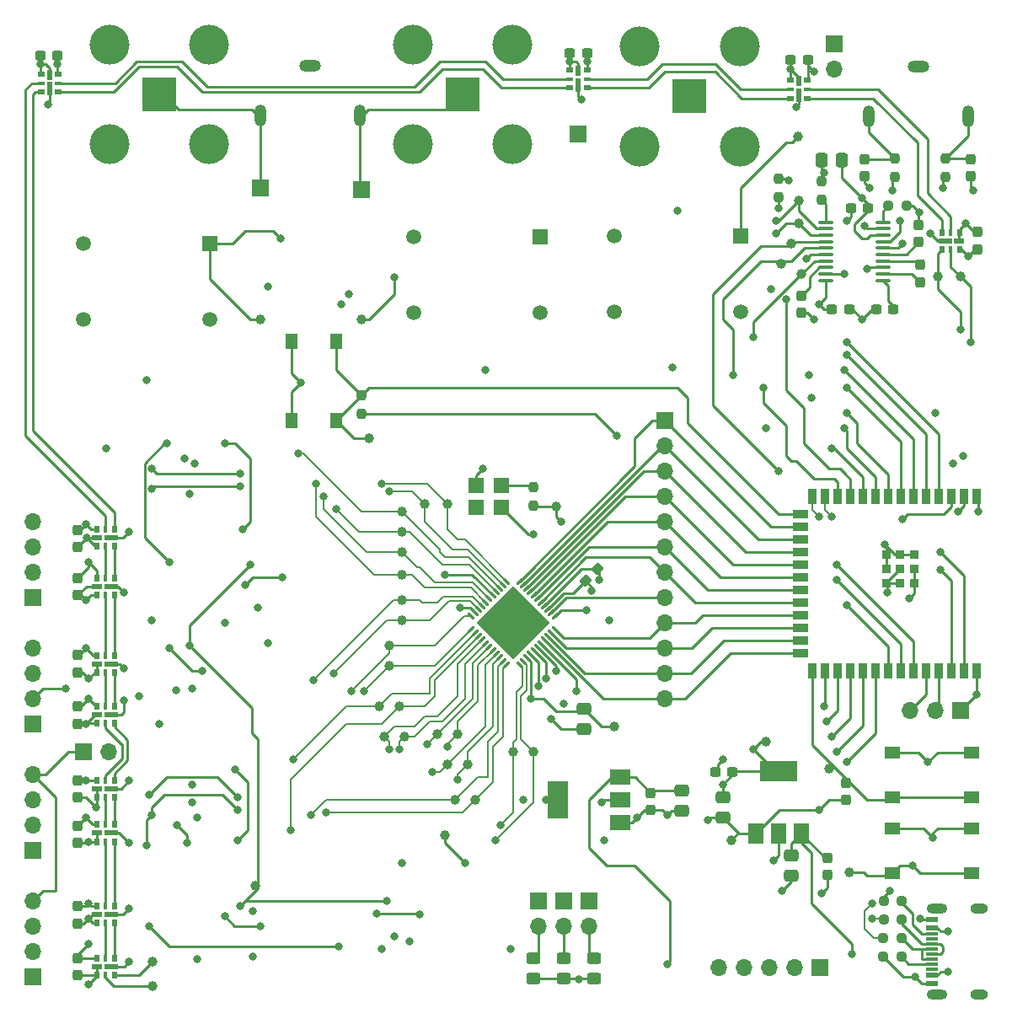
<source format=gbr>
%TF.GenerationSoftware,KiCad,Pcbnew,7.0.7*%
%TF.CreationDate,2023-10-22T01:08:48-07:00*%
%TF.ProjectId,fpaa_esp32_badge,66706161-5f65-4737-9033-325f62616467,rev?*%
%TF.SameCoordinates,Original*%
%TF.FileFunction,Copper,L1,Top*%
%TF.FilePolarity,Positive*%
%FSLAX46Y46*%
G04 Gerber Fmt 4.6, Leading zero omitted, Abs format (unit mm)*
G04 Created by KiCad (PCBNEW 7.0.7) date 2023-10-22 01:08:48*
%MOMM*%
%LPD*%
G01*
G04 APERTURE LIST*
G04 Aperture macros list*
%AMRoundRect*
0 Rectangle with rounded corners*
0 $1 Rounding radius*
0 $2 $3 $4 $5 $6 $7 $8 $9 X,Y pos of 4 corners*
0 Add a 4 corners polygon primitive as box body*
4,1,4,$2,$3,$4,$5,$6,$7,$8,$9,$2,$3,0*
0 Add four circle primitives for the rounded corners*
1,1,$1+$1,$2,$3*
1,1,$1+$1,$4,$5*
1,1,$1+$1,$6,$7*
1,1,$1+$1,$8,$9*
0 Add four rect primitives between the rounded corners*
20,1,$1+$1,$2,$3,$4,$5,0*
20,1,$1+$1,$4,$5,$6,$7,0*
20,1,$1+$1,$6,$7,$8,$9,0*
20,1,$1+$1,$8,$9,$2,$3,0*%
%AMRotRect*
0 Rectangle, with rotation*
0 The origin of the aperture is its center*
0 $1 length*
0 $2 width*
0 $3 Rotation angle, in degrees counterclockwise*
0 Add horizontal line*
21,1,$1,$2,0,0,$3*%
G04 Aperture macros list end*
%TA.AperFunction,ComponentPad*%
%ADD10R,3.500000X3.500000*%
%TD*%
%TA.AperFunction,ComponentPad*%
%ADD11C,4.000000*%
%TD*%
%TA.AperFunction,SMDPad,CuDef*%
%ADD12R,1.150000X0.600000*%
%TD*%
%TA.AperFunction,SMDPad,CuDef*%
%ADD13R,1.150000X0.300000*%
%TD*%
%TA.AperFunction,ComponentPad*%
%ADD14O,2.100000X1.000000*%
%TD*%
%TA.AperFunction,ComponentPad*%
%ADD15O,1.800000X1.000000*%
%TD*%
%TA.AperFunction,ComponentPad*%
%ADD16R,1.700000X1.700000*%
%TD*%
%TA.AperFunction,ComponentPad*%
%ADD17O,1.700000X1.700000*%
%TD*%
%TA.AperFunction,SMDPad,CuDef*%
%ADD18RoundRect,0.237500X0.237500X-0.250000X0.237500X0.250000X-0.237500X0.250000X-0.237500X-0.250000X0*%
%TD*%
%TA.AperFunction,SMDPad,CuDef*%
%ADD19RoundRect,0.250000X0.450000X-0.325000X0.450000X0.325000X-0.450000X0.325000X-0.450000X-0.325000X0*%
%TD*%
%TA.AperFunction,SMDPad,CuDef*%
%ADD20RoundRect,0.250000X-0.475000X0.337500X-0.475000X-0.337500X0.475000X-0.337500X0.475000X0.337500X0*%
%TD*%
%TA.AperFunction,SMDPad,CuDef*%
%ADD21R,0.800000X0.500000*%
%TD*%
%TA.AperFunction,SMDPad,CuDef*%
%ADD22R,0.500000X1.000000*%
%TD*%
%TA.AperFunction,SMDPad,CuDef*%
%ADD23R,0.800000X0.300000*%
%TD*%
%TA.AperFunction,SMDPad,CuDef*%
%ADD24R,0.500000X1.480000*%
%TD*%
%TA.AperFunction,SMDPad,CuDef*%
%ADD25C,1.000000*%
%TD*%
%TA.AperFunction,ComponentPad*%
%ADD26R,1.520000X1.520000*%
%TD*%
%TA.AperFunction,ComponentPad*%
%ADD27C,1.520000*%
%TD*%
%TA.AperFunction,SMDPad,CuDef*%
%ADD28R,0.500000X0.800000*%
%TD*%
%TA.AperFunction,SMDPad,CuDef*%
%ADD29R,1.000000X0.500000*%
%TD*%
%TA.AperFunction,SMDPad,CuDef*%
%ADD30R,0.300000X0.800000*%
%TD*%
%TA.AperFunction,SMDPad,CuDef*%
%ADD31R,1.480000X0.500000*%
%TD*%
%TA.AperFunction,SMDPad,CuDef*%
%ADD32RoundRect,0.237500X0.237500X-0.300000X0.237500X0.300000X-0.237500X0.300000X-0.237500X-0.300000X0*%
%TD*%
%TA.AperFunction,SMDPad,CuDef*%
%ADD33RoundRect,0.237500X0.300000X0.237500X-0.300000X0.237500X-0.300000X-0.237500X0.300000X-0.237500X0*%
%TD*%
%TA.AperFunction,SMDPad,CuDef*%
%ADD34RoundRect,0.237500X-0.250000X-0.237500X0.250000X-0.237500X0.250000X0.237500X-0.250000X0.237500X0*%
%TD*%
%TA.AperFunction,ComponentPad*%
%ADD35O,1.200000X2.200000*%
%TD*%
%TA.AperFunction,ComponentPad*%
%ADD36O,2.200000X1.200000*%
%TD*%
%TA.AperFunction,SMDPad,CuDef*%
%ADD37RoundRect,0.250000X0.337500X0.475000X-0.337500X0.475000X-0.337500X-0.475000X0.337500X-0.475000X0*%
%TD*%
%TA.AperFunction,SMDPad,CuDef*%
%ADD38R,1.550000X1.300000*%
%TD*%
%TA.AperFunction,SMDPad,CuDef*%
%ADD39RoundRect,0.237500X-0.237500X0.300000X-0.237500X-0.300000X0.237500X-0.300000X0.237500X0.300000X0*%
%TD*%
%TA.AperFunction,SMDPad,CuDef*%
%ADD40R,0.900000X1.500000*%
%TD*%
%TA.AperFunction,SMDPad,CuDef*%
%ADD41R,1.500000X0.900000*%
%TD*%
%TA.AperFunction,SMDPad,CuDef*%
%ADD42R,0.900000X0.900000*%
%TD*%
%TA.AperFunction,SMDPad,CuDef*%
%ADD43RoundRect,0.237500X-0.300000X-0.237500X0.300000X-0.237500X0.300000X0.237500X-0.300000X0.237500X0*%
%TD*%
%TA.AperFunction,SMDPad,CuDef*%
%ADD44R,2.000000X1.500000*%
%TD*%
%TA.AperFunction,SMDPad,CuDef*%
%ADD45R,2.000000X3.800000*%
%TD*%
%TA.AperFunction,SMDPad,CuDef*%
%ADD46R,1.600000X1.500000*%
%TD*%
%TA.AperFunction,SMDPad,CuDef*%
%ADD47RoundRect,0.237500X-0.044194X-0.380070X0.380070X0.044194X0.044194X0.380070X-0.380070X-0.044194X0*%
%TD*%
%TA.AperFunction,SMDPad,CuDef*%
%ADD48RoundRect,0.237500X-0.237500X0.250000X-0.237500X-0.250000X0.237500X-0.250000X0.237500X0.250000X0*%
%TD*%
%TA.AperFunction,SMDPad,CuDef*%
%ADD49R,1.500000X2.000000*%
%TD*%
%TA.AperFunction,SMDPad,CuDef*%
%ADD50R,3.800000X2.000000*%
%TD*%
%TA.AperFunction,SMDPad,CuDef*%
%ADD51R,1.300000X1.550000*%
%TD*%
%TA.AperFunction,SMDPad,CuDef*%
%ADD52RoundRect,0.100000X0.637500X0.100000X-0.637500X0.100000X-0.637500X-0.100000X0.637500X-0.100000X0*%
%TD*%
%TA.AperFunction,SMDPad,CuDef*%
%ADD53RoundRect,0.062500X-0.309359X0.220971X0.220971X-0.309359X0.309359X-0.220971X-0.220971X0.309359X0*%
%TD*%
%TA.AperFunction,SMDPad,CuDef*%
%ADD54RoundRect,0.062500X-0.309359X-0.220971X-0.220971X-0.309359X0.309359X0.220971X0.220971X0.309359X0*%
%TD*%
%TA.AperFunction,SMDPad,CuDef*%
%ADD55RotRect,5.150000X5.150000X315.000000*%
%TD*%
%TA.AperFunction,ViaPad*%
%ADD56C,0.800000*%
%TD*%
%TA.AperFunction,Conductor*%
%ADD57C,0.250000*%
%TD*%
%TA.AperFunction,Conductor*%
%ADD58C,0.200000*%
%TD*%
G04 APERTURE END LIST*
D10*
%TO.P,J8,1,In*%
%TO.N,Net-(J18-Pin_1)*%
X119380000Y-43434000D03*
D11*
%TO.P,J8,2,Ext*%
%TO.N,GND*%
X114355000Y-38409000D03*
X114355000Y-48459000D03*
X124405000Y-38409000D03*
X124405000Y-48459000D03*
%TD*%
D12*
%TO.P,J5,A1,GND*%
%TO.N,GND*%
X166500000Y-132740000D03*
%TO.P,J5,A4,VBUS*%
%TO.N,+5V*%
X166500000Y-131940000D03*
D13*
%TO.P,J5,A5,CC1*%
%TO.N,Net-(J5-CC1)*%
X166500000Y-130790000D03*
%TO.P,J5,A6,D+*%
%TO.N,Net-(J5-D+-PadA6)*%
X166500000Y-129790000D03*
%TO.P,J5,A7,D-*%
%TO.N,Net-(J5-D--PadA7)*%
X166500000Y-129290000D03*
%TO.P,J5,A8,SBU1*%
%TO.N,unconnected-(J5-SBU1-PadA8)*%
X166500000Y-128290000D03*
D12*
%TO.P,J5,A9,VBUS*%
%TO.N,+5V*%
X166500000Y-127140000D03*
%TO.P,J5,A12,GND*%
%TO.N,GND*%
X166500000Y-126340000D03*
%TO.P,J5,B1,GND*%
X166500000Y-126340000D03*
%TO.P,J5,B4,VBUS*%
%TO.N,+5V*%
X166500000Y-127140000D03*
D13*
%TO.P,J5,B5,CC2*%
%TO.N,Net-(J5-CC2)*%
X166500000Y-127790000D03*
%TO.P,J5,B6,D+*%
%TO.N,Net-(J5-D+-PadA6)*%
X166500000Y-128790000D03*
%TO.P,J5,B7,D-*%
%TO.N,Net-(J5-D--PadA7)*%
X166500000Y-130290000D03*
%TO.P,J5,B8,SBU2*%
%TO.N,unconnected-(J5-SBU2-PadB8)*%
X166500000Y-131290000D03*
D12*
%TO.P,J5,B9,VBUS*%
%TO.N,+5V*%
X166500000Y-131940000D03*
%TO.P,J5,B12,GND*%
%TO.N,GND*%
X166500000Y-132740000D03*
D14*
%TO.P,J5,S1,SHIELD*%
X167075000Y-133860000D03*
D15*
X171255000Y-133860000D03*
D14*
X167075000Y-125220000D03*
D15*
X171255000Y-125220000D03*
%TD*%
D16*
%TO.P,J21,1,Pin_1*%
%TO.N,Net-(J21-Pin_1)*%
X81280000Y-109474000D03*
D17*
%TO.P,J21,2,Pin_2*%
%TO.N,VDDA*%
X83820000Y-109474000D03*
%TD*%
D18*
%TO.P,R25,1*%
%TO.N,/DAC/I2S_FLT*%
X155448000Y-53998500D03*
%TO.P,R25,2*%
%TO.N,GND*%
X155448000Y-52173500D03*
%TD*%
D19*
%TO.P,D15,1,K*%
%TO.N,GND*%
X132545054Y-132253078D03*
%TO.P,D15,2,A*%
%TO.N,Net-(D15-A)*%
X132545054Y-130203078D03*
%TD*%
D20*
%TO.P,C30,1*%
%TO.N,VDDA*%
X131572000Y-105134500D03*
%TO.P,C30,2*%
%TO.N,GND*%
X131572000Y-107209500D03*
%TD*%
D21*
%TO.P,D2,1,VDD*%
%TO.N,+5V*%
X152295065Y-42006142D03*
D22*
X153145065Y-42076142D03*
D23*
%TO.P,D2,2,CKO*%
%TO.N,Net-(D2-CKO)*%
X152295065Y-42906142D03*
D21*
%TO.P,D2,3,SDO*%
%TO.N,Net-(D2-SDO)*%
X152295065Y-43806142D03*
%TO.P,D2,4,SDI*%
%TO.N,Net-(D1-SDO)*%
X153995065Y-43806142D03*
D23*
%TO.P,D2,5,CKI*%
%TO.N,Net-(D1-CKO)*%
X153995065Y-42906142D03*
D24*
%TO.P,D2,6,GND*%
%TO.N,GND*%
X153145065Y-43496142D03*
D21*
X153995065Y-42006142D03*
%TD*%
D25*
%TO.P,TP33,1,1*%
%TO.N,/LEDs/RGB_DAT*%
X167132000Y-61722000D03*
%TD*%
%TO.P,TP5,1,1*%
%TO.N,/Jacks/IO7P*%
X117856000Y-110744000D03*
%TD*%
D26*
%TO.P,T10,1,AA*%
%TO.N,Net-(T10-AA)*%
X127135341Y-57694783D03*
D27*
%TO.P,T10,3,SA*%
%TO.N,Net-(T10-SA)*%
X127135341Y-65314783D03*
%TO.P,T10,4,SB*%
%TO.N,Net-(T10-SB)*%
X114435341Y-65314783D03*
%TO.P,T10,6*%
%TO.N,N/C*%
X114435341Y-57694783D03*
%TD*%
D25*
%TO.P,TP39,1,1*%
%TO.N,/esp32/BUTTON*%
X109982000Y-77978000D03*
%TD*%
%TO.P,TP19,1,1*%
%TO.N,/Baluns/I3N*%
X112014000Y-100838000D03*
%TD*%
D19*
%TO.P,D14,1,K*%
%TO.N,GND*%
X129505054Y-132253078D03*
%TO.P,D14,2,A*%
%TO.N,Net-(D14-A)*%
X129505054Y-130203078D03*
%TD*%
D25*
%TO.P,TP4,1,1*%
%TO.N,/Jacks/IO6N*%
X118872000Y-107696000D03*
%TD*%
%TO.P,TP23,1,1*%
%TO.N,/Baluns/I1N*%
X115570000Y-84582000D03*
%TD*%
%TO.P,TP22,1,1*%
%TO.N,/Baluns/I1P*%
X117856000Y-84582000D03*
%TD*%
D28*
%TO.P,D6,1,VDD*%
%TO.N,+5V*%
X82586879Y-93696158D03*
D29*
X82656879Y-92846158D03*
D30*
%TO.P,D6,2,CKO*%
%TO.N,Net-(D6-CKO)*%
X83486879Y-93696158D03*
D28*
%TO.P,D6,3,SDO*%
%TO.N,Net-(D6-SDO)*%
X84386879Y-93696158D03*
%TO.P,D6,4,SDI*%
%TO.N,Net-(D5-SDO)*%
X84386879Y-91996158D03*
D30*
%TO.P,D6,5,CKI*%
%TO.N,Net-(D5-CKO)*%
X83486879Y-91996158D03*
D31*
%TO.P,D6,6,GND*%
%TO.N,GND*%
X84076879Y-92846158D03*
D28*
X82586879Y-91996158D03*
%TD*%
D25*
%TO.P,TP47,1,1*%
%TO.N,Net-(U1-ACLK)*%
X128778000Y-84836000D03*
%TD*%
D32*
%TO.P,C43,1*%
%TO.N,Net-(U11-CAPP)*%
X165312072Y-62283655D03*
%TO.P,C43,2*%
%TO.N,Net-(U11-CAPM)*%
X165312072Y-60558655D03*
%TD*%
D25*
%TO.P,TP1,1,1*%
%TO.N,/Jacks/IO5P*%
X111506000Y-107950000D03*
%TD*%
D32*
%TO.P,C20,1*%
%TO.N,+5V*%
X80698886Y-106649901D03*
%TO.P,C20,2*%
%TO.N,GND*%
X80698886Y-104924901D03*
%TD*%
D25*
%TO.P,TP16,1,1*%
%TO.N,/Baluns/I4P*%
X126492000Y-109474000D03*
%TD*%
D20*
%TO.P,C31,1*%
%TO.N,+5V*%
X141424357Y-113327971D03*
%TO.P,C31,2*%
%TO.N,GND*%
X141424357Y-115402971D03*
%TD*%
D28*
%TO.P,D8,1,VDD*%
%TO.N,+5V*%
X82586879Y-106620000D03*
D29*
X82656879Y-105770000D03*
D30*
%TO.P,D8,2,CKO*%
%TO.N,Net-(D8-CKO)*%
X83486879Y-106620000D03*
D28*
%TO.P,D8,3,SDO*%
%TO.N,Net-(D8-SDO)*%
X84386879Y-106620000D03*
%TO.P,D8,4,SDI*%
%TO.N,Net-(D7-SDO)*%
X84386879Y-104920000D03*
D30*
%TO.P,D8,5,CKI*%
%TO.N,Net-(D7-CKO)*%
X83486879Y-104920000D03*
D31*
%TO.P,D8,6,GND*%
%TO.N,GND*%
X84076879Y-105770000D03*
D28*
X82586879Y-104920000D03*
%TD*%
D25*
%TO.P,TP36,1,1*%
%TO.N,Net-(D12-CKO)*%
X88212550Y-132980868D03*
%TD*%
D28*
%TO.P,D1,1,VDD*%
%TO.N,+5V*%
X169336387Y-57328786D03*
D29*
X169266387Y-58178786D03*
D30*
%TO.P,D1,2,CKO*%
%TO.N,Net-(D1-CKO)*%
X168436387Y-57328786D03*
D28*
%TO.P,D1,3,SDO*%
%TO.N,Net-(D1-SDO)*%
X167536387Y-57328786D03*
%TO.P,D1,4,SDI*%
%TO.N,/LEDs/RGB_DAT*%
X167536387Y-59028786D03*
D30*
%TO.P,D1,5,CKI*%
%TO.N,/LEDs/RGB_CLK*%
X168436387Y-59028786D03*
D31*
%TO.P,D1,6,GND*%
%TO.N,GND*%
X167846387Y-58178786D03*
D28*
X169336387Y-59028786D03*
%TD*%
D26*
%TO.P,T9,1,AA*%
%TO.N,Net-(T9-AA)*%
X93980000Y-58420000D03*
D27*
%TO.P,T9,3,SA*%
%TO.N,Net-(T9-SA)*%
X93980000Y-66040000D03*
%TO.P,T9,4,SB*%
%TO.N,Net-(T9-SB)*%
X81280000Y-66040000D03*
%TO.P,T9,6*%
%TO.N,N/C*%
X81280000Y-58420000D03*
%TD*%
D28*
%TO.P,D7,1,VDD*%
%TO.N,+5V*%
X82586879Y-101474878D03*
D29*
X82656879Y-100624878D03*
D30*
%TO.P,D7,2,CKO*%
%TO.N,Net-(D7-CKO)*%
X83486879Y-101474878D03*
D28*
%TO.P,D7,3,SDO*%
%TO.N,Net-(D7-SDO)*%
X84386879Y-101474878D03*
%TO.P,D7,4,SDI*%
%TO.N,Net-(D6-SDO)*%
X84386879Y-99774878D03*
D30*
%TO.P,D7,5,CKI*%
%TO.N,Net-(D6-CKO)*%
X83486879Y-99774878D03*
D31*
%TO.P,D7,6,GND*%
%TO.N,GND*%
X84076879Y-100624878D03*
D28*
X82586879Y-99774878D03*
%TD*%
D25*
%TO.P,TP41,1,1*%
%TO.N,/DAC/I2S_DAT*%
X152400000Y-58420000D03*
%TD*%
D16*
%TO.P,J11,1,Pin_1*%
%TO.N,/esp32/SAO_SDA*%
X155242752Y-131157065D03*
D17*
%TO.P,J11,2,Pin_2*%
%TO.N,/esp32/SAO_SCK*%
X152702752Y-131157065D03*
%TO.P,J11,3,Pin_3*%
%TO.N,/esp32/SAO_GP0*%
X150162752Y-131157065D03*
%TO.P,J11,4,Pin_4*%
%TO.N,/esp32/SAO_GP1*%
X147622752Y-131157065D03*
%TO.P,J11,5,Pin_5*%
%TO.N,/esp32/SAO_GP2*%
X145082752Y-131157065D03*
%TD*%
D16*
%TO.P,J14,1,Pin_1*%
%TO.N,Net-(J14-Pin_1)*%
X132080000Y-124460000D03*
D17*
%TO.P,J14,2,Pin_2*%
%TO.N,Net-(D15-A)*%
X132080000Y-127000000D03*
%TD*%
D25*
%TO.P,TP8,1,1*%
%TO.N,Net-(T10-AA)*%
X109220000Y-66040000D03*
%TD*%
D18*
%TO.P,R24,1*%
%TO.N,Net-(U11-OUTR)*%
X167894000Y-51712500D03*
%TO.P,R24,2*%
%TO.N,Net-(J23-Pin_2)*%
X167894000Y-49887500D03*
%TD*%
D28*
%TO.P,D12,1,VDD*%
%TO.N,+5V*%
X82586879Y-131876018D03*
D29*
X82656879Y-131026018D03*
D30*
%TO.P,D12,2,CKO*%
%TO.N,Net-(D12-CKO)*%
X83486879Y-131876018D03*
D28*
%TO.P,D12,3,SDO*%
%TO.N,Net-(D12-SDO)*%
X84386879Y-131876018D03*
%TO.P,D12,4,SDI*%
%TO.N,Net-(D11-SDO)*%
X84386879Y-130176018D03*
D30*
%TO.P,D12,5,CKI*%
%TO.N,Net-(D11-CKO)*%
X83486879Y-130176018D03*
D31*
%TO.P,D12,6,GND*%
%TO.N,GND*%
X84076879Y-131026018D03*
D28*
X82586879Y-130176018D03*
%TD*%
D33*
%TO.P,C45,1*%
%TO.N,Net-(U11-CPVDD)*%
X162660500Y-65024000D03*
%TO.P,C45,2*%
%TO.N,GND*%
X160935500Y-65024000D03*
%TD*%
D34*
%TO.P,R1,1*%
%TO.N,GND*%
X161647500Y-130065586D03*
%TO.P,R1,2*%
%TO.N,Net-(J5-CC1)*%
X163472500Y-130065586D03*
%TD*%
D35*
%TO.P,J10,R*%
%TO.N,Net-(J18-Pin_1)*%
X109046682Y-45518434D03*
D36*
%TO.P,J10,S*%
%TO.N,GND*%
X104046682Y-40518434D03*
D35*
%TO.P,J10,T*%
%TO.N,Net-(J17-Pin_1)*%
X99046682Y-45518434D03*
%TD*%
D21*
%TO.P,D3,1,VDD*%
%TO.N,+5V*%
X130163994Y-40974400D03*
D22*
X131013994Y-41044400D03*
D23*
%TO.P,D3,2,CKO*%
%TO.N,Net-(D3-CKO)*%
X130163994Y-41874400D03*
D21*
%TO.P,D3,3,SDO*%
%TO.N,Net-(D3-SDO)*%
X130163994Y-42774400D03*
%TO.P,D3,4,SDI*%
%TO.N,Net-(D2-SDO)*%
X131863994Y-42774400D03*
D23*
%TO.P,D3,5,CKI*%
%TO.N,Net-(D2-CKO)*%
X131863994Y-41874400D03*
D24*
%TO.P,D3,6,GND*%
%TO.N,GND*%
X131013994Y-42464400D03*
D21*
X131863994Y-40974400D03*
%TD*%
D16*
%TO.P,J4,1,Pin_1*%
%TO.N,GND*%
X76200000Y-132080000D03*
D17*
%TO.P,J4,2,Pin_2*%
%TO.N,/Baluns/I3U*%
X76200000Y-129540000D03*
%TO.P,J4,3,Pin_3*%
%TO.N,/Baluns/I4U*%
X76200000Y-127000000D03*
%TO.P,J4,4,Pin_4*%
%TO.N,Net-(J21-Pin_1)*%
X76200000Y-124460000D03*
%TD*%
D16*
%TO.P,J13,1,Pin_1*%
%TO.N,Net-(J13-Pin_1)*%
X129540000Y-124460000D03*
D17*
%TO.P,J13,2,Pin_2*%
%TO.N,Net-(D14-A)*%
X129540000Y-127000000D03*
%TD*%
D25*
%TO.P,TP17,1,1*%
%TO.N,/Baluns/I4N*%
X124460000Y-109474000D03*
%TD*%
D16*
%TO.P,J16,1,Pin_1*%
%TO.N,/esp32/FPAA_RESETb*%
X139700000Y-76200000D03*
D17*
%TO.P,J16,2,Pin_2*%
%TO.N,/esp32/FPAA_SO*%
X139700000Y-78740000D03*
%TO.P,J16,3,Pin_3*%
%TO.N,/esp32/FPAA_MEMCLK*%
X139700000Y-81280000D03*
%TO.P,J16,4,Pin_4*%
%TO.N,/esp32/FPAA_ACTIVATE*%
X139700000Y-83820000D03*
%TO.P,J16,5,Pin_5*%
%TO.N,/esp32/FPAA_ERRb*%
X139700000Y-86360000D03*
%TO.P,J16,6,Pin_6*%
%TO.N,/esp32/FPAA_LCCb*%
X139700000Y-88900000D03*
%TO.P,J16,7,Pin_7*%
%TO.N,/esp32/FPAA_SI*%
X139700000Y-91440000D03*
%TO.P,J16,8,Pin_8*%
%TO.N,Net-(J16-Pin_8)*%
X139700000Y-93980000D03*
%TO.P,J16,9,Pin_9*%
%TO.N,/esp32/FPAA_SCLK*%
X139700000Y-96520000D03*
%TO.P,J16,10,Pin_10*%
%TO.N,/esp32/FPAA_CS1b*%
X139700000Y-99060000D03*
%TO.P,J16,11,Pin_11*%
%TO.N,/esp32/FPAA_CS2b*%
X139700000Y-101600000D03*
%TO.P,J16,12,Pin_12*%
%TO.N,/esp32/FPAA_CFGFLG*%
X139700000Y-104140000D03*
%TD*%
D37*
%TO.P,C50,1*%
%TO.N,VDDA*%
X157501500Y-50038000D03*
%TO.P,C50,2*%
%TO.N,GND*%
X155426500Y-50038000D03*
%TD*%
D25*
%TO.P,TP34,1,1*%
%TO.N,/LEDs/RGB_CLK*%
X169418000Y-61722000D03*
%TD*%
%TO.P,TP43,1,1*%
%TO.N,/DAC/I2S_SCK*%
X153162000Y-54102000D03*
%TD*%
D21*
%TO.P,D4,1,VDD*%
%TO.N,+5V*%
X77040000Y-41380000D03*
D22*
X77890000Y-41450000D03*
D23*
%TO.P,D4,2,CKO*%
%TO.N,Net-(D4-CKO)*%
X77040000Y-42280000D03*
D21*
%TO.P,D4,3,SDO*%
%TO.N,Net-(D4-SDO)*%
X77040000Y-43180000D03*
%TO.P,D4,4,SDI*%
%TO.N,Net-(D3-SDO)*%
X78740000Y-43180000D03*
D23*
%TO.P,D4,5,CKI*%
%TO.N,Net-(D3-CKO)*%
X78740000Y-42280000D03*
D24*
%TO.P,D4,6,GND*%
%TO.N,GND*%
X77890000Y-42870000D03*
D21*
X78740000Y-41380000D03*
%TD*%
D25*
%TO.P,TP29,1,1*%
%TO.N,/Baluns/O2P*%
X113284000Y-89408000D03*
%TD*%
D18*
%TO.P,R82,1*%
%TO.N,+3.3V*%
X109220000Y-75485000D03*
%TO.P,R82,2*%
%TO.N,/esp32/BUTTON*%
X109220000Y-73660000D03*
%TD*%
D38*
%TO.P,SW1,1,1*%
%TO.N,/esp32/RESET_N*%
X170520000Y-121630000D03*
X162560000Y-121630000D03*
%TO.P,SW1,2,2*%
%TO.N,GND*%
X170520000Y-117130000D03*
X162560000Y-117130000D03*
%TD*%
D10*
%TO.P,J9,1,In*%
%TO.N,Net-(J19-Pin_1)*%
X142185000Y-43633000D03*
D11*
%TO.P,J9,2,Ext*%
%TO.N,GND*%
X137160000Y-38608000D03*
X137160000Y-48658000D03*
X147210000Y-38608000D03*
X147210000Y-48658000D03*
%TD*%
D34*
%TO.P,R3,1*%
%TO.N,/esp32/USB_N*%
X161647500Y-128185604D03*
%TO.P,R3,2*%
%TO.N,Net-(J5-D--PadA7)*%
X163472500Y-128185604D03*
%TD*%
D19*
%TO.P,D13,1,K*%
%TO.N,GND*%
X126465054Y-132253078D03*
%TO.P,D13,2,A*%
%TO.N,Net-(D13-A)*%
X126465054Y-130203078D03*
%TD*%
D25*
%TO.P,TP31,1,1*%
%TO.N,/Baluns/O1P*%
X113284000Y-87376000D03*
%TD*%
D39*
%TO.P,C46,1*%
%TO.N,Net-(U11-LDOO)*%
X153416000Y-63653500D03*
%TO.P,C46,2*%
%TO.N,GND*%
X153416000Y-65378500D03*
%TD*%
D25*
%TO.P,TP27,1,1*%
%TO.N,/Baluns/O3P*%
X113030000Y-104902000D03*
%TD*%
%TO.P,TP9,1,1*%
%TO.N,Net-(T11-AA)*%
X153078727Y-47645893D03*
%TD*%
D32*
%TO.P,C24,1*%
%TO.N,+5V*%
X80698886Y-131926500D03*
%TO.P,C24,2*%
%TO.N,GND*%
X80698886Y-130201500D03*
%TD*%
%TO.P,C19,1*%
%TO.N,+5V*%
X80698886Y-88927773D03*
%TO.P,C19,2*%
%TO.N,GND*%
X80698886Y-87202773D03*
%TD*%
D25*
%TO.P,TP11,1,1*%
%TO.N,+3.3V*%
X149860000Y-108458000D03*
%TD*%
D40*
%TO.P,U2,1,GND*%
%TO.N,GND*%
X171047847Y-83839092D03*
%TO.P,U2,2,3V3*%
%TO.N,+3.3V*%
X169777847Y-83839092D03*
%TO.P,U2,3,EN*%
%TO.N,/esp32/RESET_N*%
X168507847Y-83839092D03*
%TO.P,U2,4,GPIO4/TOUCH4/ADC1_CH3*%
%TO.N,/esp32/SD_DAT2*%
X167237847Y-83839092D03*
%TO.P,U2,5,GPIO5/TOUCH5/ADC1_CH4*%
%TO.N,/esp32/SD_DAT3*%
X165967847Y-83839092D03*
%TO.P,U2,6,GPIO6/TOUCH6/ADC1_CH5*%
%TO.N,/esp32/SD_CMD*%
X164697847Y-83839092D03*
%TO.P,U2,7,GPIO7/TOUCH7/ADC1_CH6*%
%TO.N,/esp32/SD_CLK*%
X163427847Y-83839092D03*
%TO.P,U2,8,GPIO15/U0RTS/ADC2_CH4/XTAL_32K_P*%
%TO.N,/esp32/SD_DAT0*%
X162157847Y-83839092D03*
%TO.P,U2,9,GPIO16/U0CTS/ADC2_CH5/XTAL_32K_N*%
%TO.N,/esp32/SD_DAT1*%
X160887847Y-83839092D03*
%TO.P,U2,10,GPIO17/U1TXD/ADC2_CH6*%
%TO.N,/esp32/SD_DET*%
X159617847Y-83839092D03*
%TO.P,U2,11,GPIO18/U1RXD/ADC2_CH7/CLK_OUT3*%
%TO.N,/DAC/I2S_BCK*%
X158347847Y-83839092D03*
%TO.P,U2,12,GPIO8/TOUCH8/ADC1_CH7/SUBSPICS1*%
%TO.N,/DAC/I2S_SCK*%
X157077847Y-83839092D03*
%TO.P,U2,13,GPIO19/U1RTS/ADC2_CH8/CLK_OUT2/USB_D-*%
%TO.N,/esp32/USB_N*%
X155807847Y-83839092D03*
%TO.P,U2,14,GPIO20/U1CTS/ADC2_CH9/CLK_OUT1/USB_D+*%
%TO.N,/esp32/USB_P*%
X154537847Y-83839092D03*
D41*
%TO.P,U2,15,GPIO3/TOUCH3/ADC1_CH2*%
%TO.N,/esp32/BUTTON*%
X153287847Y-85604092D03*
%TO.P,U2,16,GPIO46*%
%TO.N,/esp32/FPAA_RESETb*%
X153287847Y-86874092D03*
%TO.P,U2,17,GPIO9/TOUCH9/ADC1_CH8/FSPIHD/SUBSPIHD*%
%TO.N,/esp32/FPAA_SO*%
X153287847Y-88144092D03*
%TO.P,U2,18,GPIO10/TOUCH10/ADC1_CH9/FSPICS0/FSPIIO4/SUBSPICS0*%
%TO.N,/esp32/FPAA_MEMCLK*%
X153287847Y-89414092D03*
%TO.P,U2,19,GPIO11/TOUCH11/ADC2_CH0/FSPID/FSPIIO5/SUBSPID*%
%TO.N,/esp32/FPAA_ACTIVATE*%
X153287847Y-90684092D03*
%TO.P,U2,20,GPIO12/TOUCH12/ADC2_CH1/FSPICLK/FSPIIO6/SUBSPICLK*%
%TO.N,/esp32/FPAA_ERRb*%
X153287847Y-91954092D03*
%TO.P,U2,21,GPIO13/TOUCH13/ADC2_CH2/FSPIQ/FSPIIO7/SUBSPIQ*%
%TO.N,/esp32/FPAA_LCCb*%
X153287847Y-93224092D03*
%TO.P,U2,22,GPIO14/TOUCH14/ADC2_CH3/FSPIWP/FSPIDQS/SUBSPIWP*%
%TO.N,/esp32/FPAA_SI*%
X153287847Y-94494092D03*
%TO.P,U2,23,GPIO21*%
%TO.N,/esp32/FPAA_SCLK*%
X153287847Y-95764092D03*
%TO.P,U2,24,GPIO47/SPICLK_P/SUBSPICLK_P_DIFF*%
%TO.N,/esp32/FPAA_CS1b*%
X153287847Y-97034092D03*
%TO.P,U2,25,GPIO48/SPICLK_N/SUBSPICLK_N_DIFF*%
%TO.N,/esp32/FPAA_CS2b*%
X153287847Y-98304092D03*
%TO.P,U2,26,GPIO45*%
%TO.N,/esp32/FPAA_CFGFLG*%
X153287847Y-99574092D03*
D40*
%TO.P,U2,27,GPIO0/BOOT*%
%TO.N,/esp32/BOOT*%
X154537847Y-101339092D03*
%TO.P,U2,28,SPIIO6/GPIO35/FSPID/SUBSPID*%
%TO.N,/esp32/SAO_GP2*%
X155807847Y-101339092D03*
%TO.P,U2,29,SPIIO7/GPIO36/FSPICLK/SUBSPICLK*%
%TO.N,/esp32/SAO_GP1*%
X157077847Y-101339092D03*
%TO.P,U2,30,SPIDQS/GPIO37/FSPIQ/SUBSPIQ*%
%TO.N,/esp32/SAO_GP0*%
X158347847Y-101339092D03*
%TO.P,U2,31,GPIO38/FSPIWP/SUBSPIWP*%
%TO.N,/esp32/SAO_SCK*%
X159617847Y-101339092D03*
%TO.P,U2,32,MTCK/GPIO39/CLK_OUT3/SUBSPICS1*%
%TO.N,/esp32/SAO_SDA*%
X160887847Y-101339092D03*
%TO.P,U2,33,MTDO/GPIO40/CLK_OUT2*%
%TO.N,/DAC/I2S_XSMT*%
X162157847Y-101339092D03*
%TO.P,U2,34,MTDI/GPIO41/CLK_OUT1*%
%TO.N,/DAC/I2S_LRCK*%
X163427847Y-101339092D03*
%TO.P,U2,35,MTMS/GPIO42*%
%TO.N,/DAC/I2S_DAT*%
X164697847Y-101339092D03*
%TO.P,U2,36,U0RXD/GPIO44/CLK_OUT2*%
%TO.N,/esp32/UART_RX*%
X165967847Y-101339092D03*
%TO.P,U2,37,U0TXD/GPIO43/CLK_OUT1*%
%TO.N,/esp32/UART_TX*%
X167237847Y-101339092D03*
%TO.P,U2,38,GPIO2/TOUCH2/ADC1_CH1*%
%TO.N,/LEDs/RGB_DAT*%
X168507847Y-101339092D03*
%TO.P,U2,39,GPIO1/TOUCH1/ADC1_CH0*%
%TO.N,/LEDs/RGB_CLK*%
X169777847Y-101339092D03*
%TO.P,U2,40,GND*%
%TO.N,GND*%
X171047847Y-101339092D03*
D42*
%TO.P,U2,41,GND*%
X164727847Y-89689092D03*
X163327847Y-89689092D03*
X161927847Y-89689092D03*
X161927847Y-89689092D03*
X164727847Y-91089092D03*
X164727847Y-91089092D03*
X163327847Y-91089092D03*
X161927847Y-91089092D03*
X164727847Y-92489092D03*
X163327847Y-92489092D03*
X161927847Y-92489092D03*
%TD*%
D39*
%TO.P,C48,1*%
%TO.N,Net-(J23-Pin_2)*%
X170434000Y-49937500D03*
%TO.P,C48,2*%
%TO.N,GND*%
X170434000Y-51662500D03*
%TD*%
D32*
%TO.P,C22,1*%
%TO.N,+5V*%
X80698886Y-118633803D03*
%TO.P,C22,2*%
%TO.N,GND*%
X80698886Y-116908803D03*
%TD*%
D20*
%TO.P,C25,1*%
%TO.N,+5V*%
X152400000Y-119845000D03*
%TO.P,C25,2*%
%TO.N,GND*%
X152400000Y-121920000D03*
%TD*%
D25*
%TO.P,TP38,1,1*%
%TO.N,/esp32/BOOT*%
X156183020Y-111149089D03*
%TD*%
%TO.P,TP2,1,1*%
%TO.N,/Jacks/IO5N*%
X113538000Y-107950000D03*
%TD*%
%TO.P,TP30,1,1*%
%TO.N,/Baluns/O2N*%
X113284000Y-91694000D03*
%TD*%
D26*
%TO.P,T11,1,AA*%
%TO.N,Net-(T11-AA)*%
X147320000Y-57628854D03*
D27*
%TO.P,T11,3,SA*%
%TO.N,Net-(T11-SA)*%
X147320000Y-65248854D03*
%TO.P,T11,4,SB*%
%TO.N,Net-(T11-SB)*%
X134620000Y-65248854D03*
%TO.P,T11,6*%
%TO.N,N/C*%
X134620000Y-57628854D03*
%TD*%
D25*
%TO.P,TP44,1,1*%
%TO.N,/DAC/I2S_XSMT*%
X153416000Y-61468000D03*
%TD*%
%TO.P,TP21,1,1*%
%TO.N,/Baluns/I2N*%
X113284000Y-94234000D03*
%TD*%
%TO.P,TP28,1,1*%
%TO.N,/Baluns/O3N*%
X110998000Y-104902000D03*
%TD*%
D43*
%TO.P,C51,1*%
%TO.N,+3.3V*%
X156471266Y-65027332D03*
%TO.P,C51,2*%
%TO.N,GND*%
X158196266Y-65027332D03*
%TD*%
%TO.P,C14,1*%
%TO.N,+5V*%
X152334643Y-39927967D03*
%TO.P,C14,2*%
%TO.N,GND*%
X154059643Y-39927967D03*
%TD*%
D16*
%TO.P,J18,1,Pin_1*%
%TO.N,Net-(J18-Pin_1)*%
X109220000Y-52990335D03*
%TD*%
D39*
%TO.P,C15,1*%
%TO.N,+5V*%
X171134036Y-57255109D03*
%TO.P,C15,2*%
%TO.N,GND*%
X171134036Y-58980109D03*
%TD*%
D32*
%TO.P,C44,1*%
%TO.N,Net-(U11-VNEG)*%
X165205421Y-58259837D03*
%TO.P,C44,2*%
%TO.N,GND*%
X165205421Y-56534837D03*
%TD*%
D25*
%TO.P,TP3,1,1*%
%TO.N,/Jacks/IO6P*%
X116840000Y-107696000D03*
%TD*%
D44*
%TO.P,U4,1,GND*%
%TO.N,GND*%
X135230000Y-116600000D03*
%TO.P,U4,2,VO*%
%TO.N,VDDA*%
X135230000Y-114300000D03*
D45*
X128930000Y-114300000D03*
D44*
%TO.P,U4,3,VI*%
%TO.N,+5V*%
X135230000Y-112000000D03*
%TD*%
D32*
%TO.P,C11,1*%
%TO.N,GND*%
X157858841Y-114324236D03*
%TO.P,C11,2*%
%TO.N,/esp32/BOOT*%
X157858841Y-112599236D03*
%TD*%
D16*
%TO.P,J12,1,Pin_1*%
%TO.N,Net-(J12-Pin_1)*%
X127000000Y-124460000D03*
D17*
%TO.P,J12,2,Pin_2*%
%TO.N,Net-(D13-A)*%
X127000000Y-127000000D03*
%TD*%
D38*
%TO.P,SW3,1,1*%
%TO.N,/esp32/BOOT*%
X170520000Y-114010000D03*
X162560000Y-114010000D03*
%TO.P,SW3,2,2*%
%TO.N,GND*%
X170520000Y-109510000D03*
X162560000Y-109510000D03*
%TD*%
D32*
%TO.P,C18,1*%
%TO.N,+5V*%
X80698886Y-101475218D03*
%TO.P,C18,2*%
%TO.N,GND*%
X80698886Y-99750218D03*
%TD*%
D28*
%TO.P,D5,1,VDD*%
%TO.N,+5V*%
X82586879Y-88840000D03*
D29*
X82656879Y-87990000D03*
D30*
%TO.P,D5,2,CKO*%
%TO.N,Net-(D5-CKO)*%
X83486879Y-88840000D03*
D28*
%TO.P,D5,3,SDO*%
%TO.N,Net-(D5-SDO)*%
X84386879Y-88840000D03*
%TO.P,D5,4,SDI*%
%TO.N,Net-(D4-SDO)*%
X84386879Y-87140000D03*
D30*
%TO.P,D5,5,CKI*%
%TO.N,Net-(D4-CKO)*%
X83486879Y-87140000D03*
D31*
%TO.P,D5,6,GND*%
%TO.N,GND*%
X84076879Y-87990000D03*
D28*
X82586879Y-87140000D03*
%TD*%
D25*
%TO.P,TP10,1,1*%
%TO.N,VDDA*%
X117585578Y-117819316D03*
%TD*%
D18*
%TO.P,R23,1*%
%TO.N,Net-(U11-OUTL)*%
X162814000Y-51712500D03*
%TO.P,R23,2*%
%TO.N,Net-(J23-Pin_1)*%
X162814000Y-49887500D03*
%TD*%
%TO.P,R27,1*%
%TO.N,/DAC/I2S_FMT*%
X151130000Y-53744500D03*
%TO.P,R27,2*%
%TO.N,GND*%
X151130000Y-51919500D03*
%TD*%
D33*
%TO.P,C49,1*%
%TO.N,VDDA*%
X160120500Y-54864000D03*
%TO.P,C49,2*%
%TO.N,GND*%
X158395500Y-54864000D03*
%TD*%
D46*
%TO.P,X1,1,~{ST}*%
%TO.N,unconnected-(X1-~{ST}-Pad1)*%
X120737395Y-84920000D03*
%TO.P,X1,2,GND*%
%TO.N,GND*%
X123277395Y-84920000D03*
%TO.P,X1,3,OUT*%
%TO.N,Net-(X1-OUT)*%
X123277395Y-82720000D03*
%TO.P,X1,4,VCC*%
%TO.N,VDDA*%
X120737395Y-82720000D03*
%TD*%
D47*
%TO.P,C6,1*%
%TO.N,+3.3V*%
X131724120Y-92303880D03*
%TO.P,C6,2*%
%TO.N,GND*%
X132943880Y-91084120D03*
%TD*%
D28*
%TO.P,D9,1,VDD*%
%TO.N,+5V*%
X82586879Y-114016528D03*
D29*
X82656879Y-113166528D03*
D30*
%TO.P,D9,2,CKO*%
%TO.N,Net-(D10-CKI)*%
X83486879Y-114016528D03*
D28*
%TO.P,D9,3,SDO*%
%TO.N,Net-(D10-SDI)*%
X84386879Y-114016528D03*
%TO.P,D9,4,SDI*%
%TO.N,Net-(D8-SDO)*%
X84386879Y-112316528D03*
D30*
%TO.P,D9,5,CKI*%
%TO.N,Net-(D8-CKO)*%
X83486879Y-112316528D03*
D31*
%TO.P,D9,6,GND*%
%TO.N,GND*%
X84076879Y-113166528D03*
D28*
X82586879Y-112316528D03*
%TD*%
D43*
%TO.P,C13,1*%
%TO.N,+5V*%
X130163994Y-39258020D03*
%TO.P,C13,2*%
%TO.N,GND*%
X131888994Y-39258020D03*
%TD*%
D16*
%TO.P,J22,1,Pin_1*%
%TO.N,GND*%
X169440163Y-105307212D03*
D17*
%TO.P,J22,2,Pin_2*%
%TO.N,/esp32/UART_TX*%
X166900163Y-105307212D03*
%TO.P,J22,3,Pin_3*%
%TO.N,/esp32/UART_RX*%
X164360163Y-105307212D03*
%TD*%
D25*
%TO.P,TP32,1,1*%
%TO.N,/Baluns/O1N*%
X113284000Y-85344000D03*
%TD*%
%TO.P,TP6,1,1*%
%TO.N,/Jacks/IO7N*%
X119888000Y-110744000D03*
%TD*%
%TO.P,TP24,1,1*%
%TO.N,Net-(U10-+IN2)*%
X98552000Y-122936000D03*
%TD*%
%TO.P,TP25,1,1*%
%TO.N,/Baluns/O4P*%
X118618000Y-114300000D03*
%TD*%
D34*
%TO.P,R4,1*%
%TO.N,/esp32/USB_P*%
X161687929Y-126325837D03*
%TO.P,R4,2*%
%TO.N,Net-(J5-D+-PadA6)*%
X163512929Y-126325837D03*
%TD*%
%TO.P,R26,1*%
%TO.N,/DAC/I2S_DEMP*%
X162155500Y-54610000D03*
%TO.P,R26,2*%
%TO.N,GND*%
X163980500Y-54610000D03*
%TD*%
D39*
%TO.P,C32,1*%
%TO.N,+5V*%
X138284323Y-113588406D03*
%TO.P,C32,2*%
%TO.N,GND*%
X138284323Y-115313406D03*
%TD*%
D16*
%TO.P,J23,1,Pin_1*%
%TO.N,Net-(J23-Pin_1)*%
X156718000Y-38354000D03*
D17*
%TO.P,J23,2,Pin_2*%
%TO.N,Net-(J23-Pin_2)*%
X156718000Y-40894000D03*
%TD*%
D25*
%TO.P,TP37,1,1*%
%TO.N,/esp32/RESET_N*%
X158216362Y-121567717D03*
%TD*%
%TO.P,TP18,1,1*%
%TO.N,/Baluns/I3P*%
X112014000Y-98806000D03*
%TD*%
D32*
%TO.P,C21,1*%
%TO.N,+5V*%
X80698886Y-114043979D03*
%TO.P,C21,2*%
%TO.N,GND*%
X80698886Y-112318979D03*
%TD*%
D48*
%TO.P,R85,1*%
%TO.N,Net-(X1-OUT)*%
X126492000Y-82907500D03*
%TO.P,R85,2*%
%TO.N,Net-(U1-ACLK)*%
X126492000Y-84732500D03*
%TD*%
D32*
%TO.P,C23,1*%
%TO.N,+5V*%
X80698886Y-126721256D03*
%TO.P,C23,2*%
%TO.N,GND*%
X80698886Y-124996256D03*
%TD*%
D16*
%TO.P,J19,1,Pin_1*%
%TO.N,Net-(J19-Pin_1)*%
X131013737Y-47386412D03*
%TD*%
D43*
%TO.P,C16,1*%
%TO.N,+5V*%
X76913669Y-39517551D03*
%TO.P,C16,2*%
%TO.N,GND*%
X78638669Y-39517551D03*
%TD*%
D20*
%TO.P,C27,1*%
%TO.N,+3.3V*%
X145539788Y-113991977D03*
%TO.P,C27,2*%
%TO.N,GND*%
X145539788Y-116066977D03*
%TD*%
D32*
%TO.P,C17,1*%
%TO.N,+5V*%
X80698886Y-93726530D03*
%TO.P,C17,2*%
%TO.N,GND*%
X80698886Y-92001530D03*
%TD*%
D16*
%TO.P,J3,1,Pin_1*%
%TO.N,GND*%
X76200000Y-119380000D03*
D17*
%TO.P,J3,2,Pin_2*%
%TO.N,/Baluns/O3U*%
X76200000Y-116840000D03*
%TO.P,J3,3,Pin_3*%
%TO.N,/Baluns/O4U*%
X76200000Y-114300000D03*
%TO.P,J3,4,Pin_4*%
%TO.N,Net-(J21-Pin_1)*%
X76200000Y-111760000D03*
%TD*%
D25*
%TO.P,TP20,1,1*%
%TO.N,/Baluns/I2P*%
X113284000Y-96266000D03*
%TD*%
%TO.P,TP15,1,1*%
%TO.N,GND*%
X146353246Y-118311236D03*
%TD*%
%TO.P,TP40,1,1*%
%TO.N,/DAC/I2S_LRCK*%
X151384000Y-60452000D03*
%TD*%
D49*
%TO.P,U3,1,GND*%
%TO.N,GND*%
X148812202Y-117700988D03*
%TO.P,U3,2,VO*%
%TO.N,+3.3V*%
X151112202Y-117700988D03*
D50*
X151112202Y-111400988D03*
D49*
%TO.P,U3,3,VI*%
%TO.N,+5V*%
X153412202Y-117700988D03*
%TD*%
D10*
%TO.P,J7,1,In*%
%TO.N,Net-(J17-Pin_1)*%
X88900000Y-43434000D03*
D11*
%TO.P,J7,2,Ext*%
%TO.N,GND*%
X83875000Y-38409000D03*
X83875000Y-48459000D03*
X93925000Y-38409000D03*
X93925000Y-48459000D03*
%TD*%
D33*
%TO.P,C28,1*%
%TO.N,+3.3V*%
X146505000Y-111510849D03*
%TO.P,C28,2*%
%TO.N,GND*%
X144780000Y-111510849D03*
%TD*%
D51*
%TO.P,SW2,1,1*%
%TO.N,/esp32/BUTTON*%
X106680000Y-68240000D03*
X106680000Y-76200000D03*
%TO.P,SW2,2,2*%
%TO.N,GND*%
X102180000Y-68240000D03*
X102180000Y-76200000D03*
%TD*%
D28*
%TO.P,D10,1,VDD*%
%TO.N,+5V*%
X82586879Y-118480000D03*
D29*
X82656879Y-117630000D03*
D30*
%TO.P,D10,2,CKO*%
%TO.N,Net-(D10-CKO)*%
X83486879Y-118480000D03*
D28*
%TO.P,D10,3,SDO*%
%TO.N,Net-(D10-SDO)*%
X84386879Y-118480000D03*
%TO.P,D10,4,SDI*%
%TO.N,Net-(D10-SDI)*%
X84386879Y-116780000D03*
D30*
%TO.P,D10,5,CKI*%
%TO.N,Net-(D10-CKI)*%
X83486879Y-116780000D03*
D31*
%TO.P,D10,6,GND*%
%TO.N,GND*%
X84076879Y-117630000D03*
D28*
X82586879Y-116780000D03*
%TD*%
D25*
%TO.P,TP26,1,1*%
%TO.N,/Baluns/O4N*%
X120650000Y-114300000D03*
%TD*%
%TO.P,TP7,1,1*%
%TO.N,Net-(T9-AA)*%
X99060000Y-66040000D03*
%TD*%
D16*
%TO.P,J2,1,Pin_1*%
%TO.N,GND*%
X76200000Y-106680000D03*
D17*
%TO.P,J2,2,Pin_2*%
%TO.N,/Baluns/I1U*%
X76200000Y-104140000D03*
%TO.P,J2,3,Pin_3*%
%TO.N,/Baluns/I2U*%
X76200000Y-101600000D03*
%TO.P,J2,4,Pin_4*%
%TO.N,VDDA*%
X76200000Y-99060000D03*
%TD*%
D52*
%TO.P,U11,1,CPVDD*%
%TO.N,Net-(U11-CPVDD)*%
X161612500Y-62107000D03*
%TO.P,U11,2,CAPP*%
%TO.N,Net-(U11-CAPP)*%
X161612500Y-61457000D03*
%TO.P,U11,3,CPGND*%
%TO.N,GND*%
X161612500Y-60807000D03*
%TO.P,U11,4,CAPM*%
%TO.N,Net-(U11-CAPM)*%
X161612500Y-60157000D03*
%TO.P,U11,5,VNEG*%
%TO.N,Net-(U11-VNEG)*%
X161612500Y-59507000D03*
%TO.P,U11,6,OUTL*%
%TO.N,Net-(U11-OUTL)*%
X161612500Y-58857000D03*
%TO.P,U11,7,OUTR*%
%TO.N,Net-(U11-OUTR)*%
X161612500Y-58207000D03*
%TO.P,U11,8,AVDD*%
%TO.N,VDDA*%
X161612500Y-57557000D03*
%TO.P,U11,9,AGND*%
%TO.N,GND*%
X161612500Y-56907000D03*
%TO.P,U11,10,DEMP*%
%TO.N,/DAC/I2S_DEMP*%
X161612500Y-56257000D03*
%TO.P,U11,11,FLT*%
%TO.N,/DAC/I2S_FLT*%
X155887500Y-56257000D03*
%TO.P,U11,12,SCK*%
%TO.N,/DAC/I2S_SCK*%
X155887500Y-56907000D03*
%TO.P,U11,13,BCK*%
%TO.N,/DAC/I2S_BCK*%
X155887500Y-57557000D03*
%TO.P,U11,14,DIN*%
%TO.N,/DAC/I2S_DAT*%
X155887500Y-58207000D03*
%TO.P,U11,15,LRCK*%
%TO.N,/DAC/I2S_LRCK*%
X155887500Y-58857000D03*
%TO.P,U11,16,FMT*%
%TO.N,/DAC/I2S_FMT*%
X155887500Y-59507000D03*
%TO.P,U11,17,XSMT*%
%TO.N,/DAC/I2S_XSMT*%
X155887500Y-60157000D03*
%TO.P,U11,18,LDOO*%
%TO.N,Net-(U11-LDOO)*%
X155887500Y-60807000D03*
%TO.P,U11,19,DGND*%
%TO.N,GND*%
X155887500Y-61457000D03*
%TO.P,U11,20,DVDD*%
%TO.N,+3.3V*%
X155887500Y-62107000D03*
%TD*%
D16*
%TO.P,J17,1,Pin_1*%
%TO.N,Net-(J17-Pin_1)*%
X99060000Y-52851112D03*
%TD*%
D28*
%TO.P,D11,1,VDD*%
%TO.N,+5V*%
X82586879Y-126650750D03*
D29*
X82656879Y-125800750D03*
D30*
%TO.P,D11,2,CKO*%
%TO.N,Net-(D11-CKO)*%
X83486879Y-126650750D03*
D28*
%TO.P,D11,3,SDO*%
%TO.N,Net-(D11-SDO)*%
X84386879Y-126650750D03*
%TO.P,D11,4,SDI*%
%TO.N,Net-(D10-SDO)*%
X84386879Y-124950750D03*
D30*
%TO.P,D11,5,CKI*%
%TO.N,Net-(D10-CKO)*%
X83486879Y-124950750D03*
D31*
%TO.P,D11,6,GND*%
%TO.N,GND*%
X84076879Y-125800750D03*
D28*
X82586879Y-124950750D03*
%TD*%
D25*
%TO.P,TP35,1,1*%
%TO.N,Net-(D12-SDO)*%
X88234682Y-130502070D03*
%TD*%
D39*
%TO.P,C26,1*%
%TO.N,+5V*%
X156048022Y-120110657D03*
%TO.P,C26,2*%
%TO.N,GND*%
X156048022Y-121835657D03*
%TD*%
D53*
%TO.P,U1,1,I1P*%
%TO.N,/Baluns/I1P*%
X123797087Y-92321553D03*
%TO.P,U1,2,I1N*%
%TO.N,/Baluns/I1N*%
X123443534Y-92675107D03*
%TO.P,U1,3,O1N*%
%TO.N,/Baluns/O1N*%
X123089981Y-93028660D03*
%TO.P,U1,4,O1P*%
%TO.N,/Baluns/O1P*%
X122736427Y-93382214D03*
%TO.P,U1,5,AVSS*%
%TO.N,GND*%
X122382874Y-93735767D03*
%TO.P,U1,6,O2P*%
%TO.N,/Baluns/O2P*%
X122029320Y-94089320D03*
%TO.P,U1,7,O2N*%
%TO.N,/Baluns/O2N*%
X121675767Y-94442874D03*
%TO.P,U1,8,I2N*%
%TO.N,/Baluns/I2N*%
X121322214Y-94796427D03*
%TO.P,U1,9,I2P*%
%TO.N,/Baluns/I2P*%
X120968660Y-95149981D03*
%TO.P,U1,10,AVDD*%
%TO.N,VDDA*%
X120615107Y-95503534D03*
%TO.P,U1,11,I3P*%
%TO.N,/Baluns/I3P*%
X120261553Y-95857087D03*
D54*
%TO.P,U1,12,I3N*%
%TO.N,/Baluns/I3N*%
X120261553Y-97182913D03*
%TO.P,U1,13,O3N*%
%TO.N,/Baluns/O3N*%
X120615107Y-97536466D03*
%TO.P,U1,14,O3P*%
%TO.N,/Baluns/O3P*%
X120968660Y-97890019D03*
%TO.P,U1,15,IO5P*%
%TO.N,/Jacks/IO5P*%
X121322214Y-98243573D03*
%TO.P,U1,16,IO5N*%
%TO.N,/Jacks/IO5N*%
X121675767Y-98597126D03*
%TO.P,U1,17,IO6P*%
%TO.N,/Jacks/IO6P*%
X122029320Y-98950680D03*
%TO.P,U1,18,IO6N*%
%TO.N,/Jacks/IO6N*%
X122382874Y-99304233D03*
%TO.P,U1,19,IO7P*%
%TO.N,/Jacks/IO7P*%
X122736427Y-99657786D03*
%TO.P,U1,20,IO7N*%
%TO.N,/Jacks/IO7N*%
X123089981Y-100011340D03*
%TO.P,U1,21,O4P*%
%TO.N,/Baluns/O4P*%
X123443534Y-100364893D03*
%TO.P,U1,22,O4N*%
%TO.N,/Baluns/O4N*%
X123797087Y-100718447D03*
D53*
%TO.P,U1,23,I4N*%
%TO.N,/Baluns/I4N*%
X125122913Y-100718447D03*
%TO.P,U1,24,I4P*%
%TO.N,/Baluns/I4P*%
X125476466Y-100364893D03*
%TO.P,U1,25,BVDD*%
%TO.N,VDDA*%
X125830019Y-100011340D03*
%TO.P,U1,26,VREFP*%
%TO.N,Net-(U1-VREFP)*%
X126183573Y-99657786D03*
%TO.P,U1,27,VMR*%
%TO.N,Net-(U1-VMR)*%
X126537126Y-99304233D03*
%TO.P,U1,28,VREFN*%
%TO.N,Net-(U1-VREFN)*%
X126890680Y-98950680D03*
%TO.P,U1,29,BVSS*%
%TO.N,GND*%
X127244233Y-98597126D03*
%TO.P,U1,30,CFGFLG*%
%TO.N,/esp32/FPAA_CFGFLG*%
X127597786Y-98243573D03*
%TO.P,U1,31,CS2b*%
%TO.N,/esp32/FPAA_CS2b*%
X127951340Y-97890019D03*
%TO.P,U1,32,CS1b*%
%TO.N,/esp32/FPAA_CS1b*%
X128304893Y-97536466D03*
%TO.P,U1,33,SCLK*%
%TO.N,/esp32/FPAA_SCLK*%
X128658447Y-97182913D03*
D54*
%TO.P,U1,34,ACLK*%
%TO.N,Net-(U1-ACLK)*%
X128658447Y-95857087D03*
%TO.P,U1,35,MODE*%
%TO.N,Net-(J16-Pin_8)*%
X128304893Y-95503534D03*
%TO.P,U1,36,DVDD*%
%TO.N,+3.3V*%
X127951340Y-95149981D03*
%TO.P,U1,37,DVSS*%
%TO.N,GND*%
X127597786Y-94796427D03*
%TO.P,U1,38,SI*%
%TO.N,/esp32/FPAA_SI*%
X127244233Y-94442874D03*
%TO.P,U1,39,LCCb/DOUT1*%
%TO.N,/esp32/FPAA_LCCb*%
X126890680Y-94089320D03*
%TO.P,U1,40,ERRb*%
%TO.N,/esp32/FPAA_ERRb*%
X126537126Y-93735767D03*
%TO.P,U1,41,ACTIVATE*%
%TO.N,/esp32/FPAA_ACTIVATE*%
X126183573Y-93382214D03*
%TO.P,U1,42,MEMCLK/DOUT2*%
%TO.N,/esp32/FPAA_MEMCLK*%
X125830019Y-93028660D03*
%TO.P,U1,43,SO*%
%TO.N,/esp32/FPAA_SO*%
X125476466Y-92675107D03*
%TO.P,U1,44,RESETb*%
%TO.N,/esp32/FPAA_RESETb*%
X125122913Y-92321553D03*
D55*
%TO.P,U1,45*%
%TO.N,N/C*%
X124460000Y-96520000D03*
%TD*%
D16*
%TO.P,J1,1,Pin_1*%
%TO.N,GND*%
X76200000Y-93980000D03*
D17*
%TO.P,J1,2,Pin_2*%
%TO.N,/Baluns/O1U*%
X76200000Y-91440000D03*
%TO.P,J1,3,Pin_3*%
%TO.N,/Baluns/O2U*%
X76200000Y-88900000D03*
%TO.P,J1,4,Pin_4*%
%TO.N,VDDA*%
X76200000Y-86360000D03*
%TD*%
D39*
%TO.P,C47,1*%
%TO.N,Net-(J23-Pin_1)*%
X159766000Y-49937500D03*
%TO.P,C47,2*%
%TO.N,GND*%
X159766000Y-51662500D03*
%TD*%
D25*
%TO.P,TP42,1,1*%
%TO.N,/DAC/I2S_BCK*%
X153162000Y-56388000D03*
%TD*%
%TO.P,TP12,1,1*%
%TO.N,VDDA*%
X134620000Y-106934000D03*
%TD*%
D34*
%TO.P,R2,1*%
%TO.N,GND*%
X161687929Y-124460000D03*
%TO.P,R2,2*%
%TO.N,Net-(J5-CC2)*%
X163512929Y-124460000D03*
%TD*%
D35*
%TO.P,J20,R*%
%TO.N,Net-(J23-Pin_2)*%
X170172544Y-45600000D03*
D36*
%TO.P,J20,S*%
%TO.N,GND*%
X165172544Y-40600000D03*
D35*
%TO.P,J20,T*%
%TO.N,Net-(J23-Pin_1)*%
X160172544Y-45600000D03*
%TD*%
D56*
%TO.N,Net-(U1-VREFN)*%
X128778000Y-101346000D03*
%TO.N,Net-(U1-VMR)*%
X127762000Y-102108000D03*
%TO.N,Net-(U1-VREFP)*%
X127000000Y-102870000D03*
%TO.N,VDDA*%
X92202000Y-114554000D03*
X98806000Y-94996000D03*
X159512000Y-53848000D03*
X126238000Y-104140000D03*
X133604000Y-118364000D03*
X83566000Y-78994000D03*
X127762000Y-114300000D03*
X88900000Y-106680000D03*
X88138000Y-96266000D03*
X133345701Y-114549701D03*
X119634000Y-120650000D03*
X98298000Y-125476000D03*
X90551000Y-103251000D03*
X119126000Y-94996000D03*
X112522000Y-128016000D03*
X92456000Y-80518000D03*
X121412000Y-81026000D03*
%TO.N,+3.3V*%
X155194000Y-64516000D03*
X154178000Y-71628000D03*
X145539788Y-112725109D03*
X169164000Y-85344000D03*
X148590000Y-109220000D03*
X149860000Y-76962000D03*
X150368000Y-62992000D03*
X132334000Y-93255500D03*
X150622000Y-120396000D03*
X134874000Y-77724000D03*
X168656000Y-80518000D03*
%TO.N,GND*%
X81788000Y-90424000D03*
X139954000Y-115824000D03*
X125476000Y-114300000D03*
X131064000Y-132334000D03*
X159766000Y-56642000D03*
X166878000Y-75438000D03*
X155448000Y-123698000D03*
X164846000Y-132080000D03*
X81534000Y-116078000D03*
X87630000Y-72136000D03*
X170180000Y-59690000D03*
X152908000Y-44704000D03*
X162052000Y-93472000D03*
X131863994Y-40132000D03*
X164269531Y-94036061D03*
X81788000Y-124714000D03*
X155702000Y-51308000D03*
X140462000Y-70866000D03*
X159535399Y-66026598D03*
X85852000Y-130556000D03*
X131318000Y-43942000D03*
X161798000Y-88646000D03*
X128270000Y-106172000D03*
X99822000Y-98552000D03*
X157988000Y-56134000D03*
X107950000Y-63500000D03*
X140970000Y-55118000D03*
X165231299Y-55249299D03*
X103124000Y-72390000D03*
X113284000Y-120650000D03*
X92710000Y-130302000D03*
X91440000Y-80010000D03*
X126492000Y-87630000D03*
X85344000Y-93472000D03*
X154432000Y-73914000D03*
X91948000Y-83566000D03*
X162306000Y-123444000D03*
X78638669Y-40386000D03*
X130810000Y-103378000D03*
X111252000Y-129286000D03*
X154686000Y-41148000D03*
X160020000Y-60960000D03*
X85852000Y-112381407D03*
X166116000Y-110490000D03*
X151421500Y-123444000D03*
X170688000Y-53086000D03*
X134112000Y-96266000D03*
X169672000Y-79756000D03*
X85344000Y-101092000D03*
X85852000Y-125222000D03*
X81534000Y-86614000D03*
X92202000Y-112776000D03*
X95504000Y-96520000D03*
X121666000Y-71120000D03*
X99822000Y-62738000D03*
X171028688Y-103718688D03*
X92710000Y-116040500D03*
X157734000Y-61468000D03*
X160274000Y-52832000D03*
X85344000Y-104258000D03*
X114046000Y-128524000D03*
X171196000Y-85344000D03*
X85852000Y-118618000D03*
X92202000Y-103124000D03*
X136906000Y-116078000D03*
X98298000Y-130048000D03*
X81534000Y-99060000D03*
X107188000Y-64516000D03*
X133096000Y-92202000D03*
X81788000Y-104140000D03*
X86868000Y-103886000D03*
X85852000Y-87376000D03*
X77724000Y-44450000D03*
X154686000Y-66040000D03*
X144018000Y-116332000D03*
X117602000Y-91694000D03*
X165354000Y-126238000D03*
X155194000Y-115316000D03*
X145542000Y-110236000D03*
X166624000Y-118110000D03*
X129540000Y-104648000D03*
X81788000Y-128778000D03*
X166370000Y-57404000D03*
X152146000Y-52070000D03*
X81534000Y-112318979D03*
%TO.N,/esp32/RESET_N*%
X163576000Y-86106000D03*
X164592000Y-120904000D03*
%TO.N,+5V*%
X81534000Y-94234000D03*
X169926000Y-56388000D03*
X82550000Y-115062000D03*
X152334643Y-40894000D03*
X168148000Y-131572000D03*
X158496000Y-129794000D03*
X124206000Y-129286000D03*
X81534000Y-106680000D03*
X130163994Y-40132000D03*
X81788000Y-118480000D03*
X81788000Y-126238000D03*
X81636659Y-87990000D03*
X81788000Y-132842000D03*
X139954000Y-130810000D03*
X81788000Y-102108000D03*
X76913669Y-40386000D03*
X168148000Y-127508000D03*
%TO.N,/LEDs/RGB_DAT*%
X169418000Y-67056000D03*
X167386000Y-91186000D03*
%TO.N,/LEDs/RGB_CLK*%
X167386000Y-89408000D03*
X170434000Y-68326000D03*
%TO.N,/Baluns/O4U*%
X90678000Y-116840000D03*
X91694000Y-118618000D03*
%TO.N,/Baluns/I4U*%
X87884000Y-127000000D03*
X106934000Y-129032000D03*
%TO.N,/Baluns/I1U*%
X79502000Y-103124000D03*
%TO.N,/esp32/SD_DAT2*%
X157988000Y-68326000D03*
%TO.N,/esp32/SD_DAT3*%
X157988000Y-69596000D03*
%TO.N,/esp32/SD_CMD*%
X157734000Y-71120000D03*
%TO.N,/esp32/SD_CLK*%
X157988000Y-72898000D03*
%TO.N,/esp32/SD_DAT0*%
X157988000Y-75438000D03*
%TO.N,/esp32/SD_DAT1*%
X157734000Y-76962000D03*
%TO.N,/esp32/SD_DET*%
X156464000Y-78994000D03*
%TO.N,/esp32/SAO_SDA*%
X157988000Y-110490000D03*
%TO.N,/esp32/SAO_SCK*%
X156972000Y-109474000D03*
%TO.N,/esp32/SAO_GP0*%
X156464000Y-107950000D03*
%TO.N,/esp32/SAO_GP1*%
X155956000Y-106426000D03*
%TO.N,/esp32/SAO_GP2*%
X155702000Y-104902000D03*
%TO.N,/esp32/USB_N*%
X160528000Y-124714000D03*
X156464000Y-85852000D03*
%TO.N,/esp32/USB_P*%
X160528000Y-126238000D03*
X155194000Y-85852000D03*
%TO.N,/Baluns/I4P*%
X122682000Y-118364000D03*
%TO.N,/Baluns/I4N*%
X123203378Y-116853378D03*
%TO.N,/Baluns/I3P*%
X108204000Y-103378000D03*
%TO.N,/Baluns/I3N*%
X109474000Y-103378000D03*
%TO.N,/Baluns/I2P*%
X106426000Y-101600000D03*
%TO.N,/Baluns/I2N*%
X104394000Y-102299500D03*
%TO.N,/Baluns/I1P*%
X111252000Y-82550000D03*
%TO.N,/Baluns/I1N*%
X112014000Y-83312000D03*
%TO.N,/Baluns/O1P*%
X106680000Y-85090000D03*
%TO.N,/Baluns/O1N*%
X102870000Y-79502000D03*
%TO.N,/Jacks/IO5P*%
X112014000Y-109220000D03*
%TO.N,/Jacks/IO5N*%
X113030000Y-109220000D03*
%TO.N,/Jacks/IO6P*%
X115824000Y-108712000D03*
%TO.N,/Jacks/IO6N*%
X117856000Y-108966000D03*
%TO.N,/Jacks/IO7P*%
X116332000Y-111506000D03*
%TO.N,/Jacks/IO7N*%
X118872000Y-112268000D03*
%TO.N,Net-(T9-AA)*%
X101092000Y-57912000D03*
%TO.N,Net-(T10-AA)*%
X112522000Y-61765823D03*
%TO.N,/Baluns/O2N*%
X104648000Y-82550000D03*
%TO.N,/Baluns/O2P*%
X105410000Y-83820000D03*
%TO.N,/Baluns/O3N*%
X102362000Y-110236000D03*
%TO.N,/Baluns/O3P*%
X102108000Y-117348000D03*
%TO.N,/Baluns/O4N*%
X105664000Y-115570000D03*
%TO.N,/Baluns/O4P*%
X104140000Y-115824000D03*
%TO.N,Net-(U1-ACLK)*%
X131826000Y-95250000D03*
X129286000Y-86360000D03*
%TO.N,Net-(U5A--)*%
X87630000Y-118872000D03*
X96774000Y-115316000D03*
X88129819Y-115826680D03*
%TO.N,Net-(U5B--)*%
X87884000Y-113792000D03*
X96774000Y-114046000D03*
%TO.N,Net-(R100-Pad2)*%
X96520000Y-111252000D03*
X96774000Y-118364000D03*
%TO.N,Net-(U8--IN1)*%
X99060000Y-126945920D03*
X95504000Y-125984000D03*
%TO.N,Net-(U9--IN1)*%
X89916000Y-99060000D03*
X93218000Y-101346000D03*
%TO.N,Net-(U10--IN1)*%
X97536000Y-92710000D03*
X101244917Y-91948000D03*
%TO.N,Net-(U6A--)*%
X97028000Y-82804000D03*
X88138000Y-83058000D03*
%TO.N,Net-(U6B--)*%
X97028000Y-81534000D03*
X88138000Y-81026000D03*
%TO.N,Net-(R38-Pad2)*%
X89916000Y-90424000D03*
X89662000Y-78486000D03*
%TO.N,Net-(R63-Pad2)*%
X95504000Y-78486000D03*
X97282000Y-87122000D03*
%TO.N,Net-(U7--IN1)*%
X110744000Y-125730000D03*
X115062000Y-125790750D03*
%TO.N,Net-(U10-+IN2)*%
X98044000Y-90678000D03*
X111760000Y-124460000D03*
X97028000Y-124968000D03*
X91948000Y-98806000D03*
%TO.N,Net-(U11-OUTL)*%
X163576000Y-58420000D03*
X162560000Y-53086000D03*
%TO.N,Net-(U11-OUTR)*%
X167640000Y-52832000D03*
X163322000Y-56134000D03*
%TO.N,/DAC/I2S_FMT*%
X153919701Y-59939701D03*
X151130000Y-54864000D03*
%TO.N,/DAC/I2S_SCK*%
X149606000Y-72898000D03*
X150876000Y-56134000D03*
%TO.N,/DAC/I2S_DAT*%
X156972000Y-90678000D03*
X151130000Y-81280000D03*
%TO.N,/DAC/I2S_XSMT*%
X148590000Y-67818000D03*
X157988000Y-94742000D03*
%TO.N,/DAC/I2S_LRCK*%
X156972000Y-92202000D03*
X146558000Y-71628000D03*
%TO.N,/DAC/I2S_BCK*%
X150876000Y-57404000D03*
X151896299Y-64012299D03*
%TD*%
D57*
%TO.N,Net-(U1-VREFN)*%
X128778000Y-100838000D02*
X128778000Y-101346000D01*
X126890680Y-98950680D02*
X128778000Y-100838000D01*
%TO.N,Net-(U1-VMR)*%
X127762000Y-100529107D02*
X127762000Y-102108000D01*
X126537126Y-99304233D02*
X127762000Y-100529107D01*
%TO.N,Net-(U1-VREFP)*%
X126183573Y-99657786D02*
X127000000Y-100474213D01*
X127000000Y-100474213D02*
X127000000Y-102870000D01*
%TO.N,VDDA*%
X160020000Y-57912000D02*
X160375000Y-57557000D01*
X160120500Y-55118000D02*
X160120500Y-54456500D01*
X157501500Y-51837500D02*
X159512000Y-53848000D01*
X117585578Y-117819316D02*
X117585578Y-118601578D01*
X160375000Y-57557000D02*
X161612500Y-57557000D01*
X127508000Y-104140000D02*
X126238000Y-104140000D01*
X158750000Y-57150000D02*
X159512000Y-57912000D01*
X131572000Y-105134500D02*
X131333500Y-105373000D01*
X120737395Y-81700605D02*
X121412000Y-81026000D01*
X159512000Y-57912000D02*
X160020000Y-57912000D01*
X158750000Y-56488500D02*
X158750000Y-57150000D01*
X128741000Y-105373000D02*
X127508000Y-104140000D01*
X117585578Y-118601578D02*
X119634000Y-120650000D01*
X126238000Y-100419321D02*
X126238000Y-104140000D01*
X133371500Y-106934000D02*
X134620000Y-106934000D01*
X125830019Y-100011340D02*
X126238000Y-100419321D01*
X120737395Y-82720000D02*
X120737395Y-81700605D01*
X160120500Y-55118000D02*
X158750000Y-56488500D01*
X131572000Y-105134500D02*
X133371500Y-106934000D01*
X160120500Y-54456500D02*
X159512000Y-53848000D01*
X131333500Y-105373000D02*
X128741000Y-105373000D01*
X157501500Y-50038000D02*
X157501500Y-51837500D01*
X128930000Y-114300000D02*
X127762000Y-114300000D01*
X133595402Y-114300000D02*
X133345701Y-114549701D01*
X120107573Y-94996000D02*
X119126000Y-94996000D01*
X135230000Y-114300000D02*
X133595402Y-114300000D01*
X120615107Y-95503534D02*
X120107573Y-94996000D01*
%TO.N,+3.3V*%
X109220000Y-75485000D02*
X132635000Y-75485000D01*
X155887500Y-62107000D02*
X155887500Y-63822500D01*
X150770988Y-111400988D02*
X148590000Y-109220000D01*
X169164000Y-85344000D02*
X169777847Y-84730153D01*
X151112202Y-119905798D02*
X150622000Y-120396000D01*
X155705332Y-65027332D02*
X155194000Y-64516000D01*
X151112202Y-117700988D02*
X151112202Y-119905798D01*
X132334000Y-92913760D02*
X131724120Y-92303880D01*
X155330324Y-64379676D02*
X155194000Y-64516000D01*
X156471266Y-65027332D02*
X155705332Y-65027332D01*
X132334000Y-93255500D02*
X132334000Y-92913760D01*
X146863909Y-111400988D02*
X151112202Y-111400988D01*
X132635000Y-75485000D02*
X134874000Y-77724000D01*
X145539788Y-113991977D02*
X145539788Y-112725109D01*
X145539788Y-112725109D02*
X146754048Y-111510849D01*
X151112202Y-111400988D02*
X150770988Y-111400988D01*
X169777847Y-84730153D02*
X169777847Y-83839092D01*
X130498000Y-93530000D02*
X131724120Y-92303880D01*
X155887500Y-63822500D02*
X155194000Y-64516000D01*
X129571321Y-93530000D02*
X130498000Y-93530000D01*
X149352000Y-108458000D02*
X148590000Y-109220000D01*
X149860000Y-108458000D02*
X149352000Y-108458000D01*
X146754048Y-111510849D02*
X146863909Y-111400988D01*
X127951340Y-95149981D02*
X129571321Y-93530000D01*
%TO.N,GND*%
X158395500Y-55726500D02*
X157988000Y-56134000D01*
X167144786Y-58178786D02*
X166370000Y-57404000D01*
X163980500Y-54610000D02*
X164592000Y-54610000D01*
X131013994Y-42464400D02*
X131013994Y-43637994D01*
X146963494Y-117700988D02*
X147173799Y-117700988D01*
X170520000Y-109510000D02*
X167096000Y-109510000D01*
X141424357Y-115402971D02*
X140375029Y-115402971D01*
X80843782Y-99750218D02*
X81534000Y-99060000D01*
X82586879Y-116780000D02*
X82236000Y-116780000D01*
X159766000Y-51662500D02*
X159766000Y-52324000D01*
X165136000Y-109510000D02*
X166116000Y-110490000D01*
X84076879Y-131026018D02*
X85381982Y-131026018D01*
X131863994Y-40974400D02*
X131863994Y-39283020D01*
X159766000Y-52324000D02*
X160274000Y-52832000D01*
X162052000Y-93472000D02*
X162052000Y-92364939D01*
X140375029Y-115402971D02*
X139954000Y-115824000D01*
X147173799Y-117700988D02*
X145539788Y-116066977D01*
X80698886Y-129867114D02*
X81788000Y-128778000D01*
X80945227Y-87202773D02*
X81534000Y-86614000D01*
X163327847Y-92489092D02*
X161927847Y-92489092D01*
X85238000Y-87990000D02*
X85852000Y-87376000D01*
X81788000Y-90912416D02*
X80698886Y-92001530D01*
X154059643Y-40521643D02*
X154686000Y-41148000D01*
X160031000Y-56907000D02*
X159766000Y-56642000D01*
X164727847Y-91089092D02*
X164727847Y-93577745D01*
X167846387Y-58178786D02*
X167144786Y-58178786D01*
X152400000Y-122465500D02*
X152400000Y-121920000D01*
X85066879Y-113166528D02*
X84076879Y-113166528D01*
X169518786Y-59028786D02*
X170180000Y-59690000D01*
X170434000Y-52832000D02*
X170688000Y-53086000D01*
X135230000Y-116600000D02*
X136384000Y-116600000D01*
X155426500Y-51032500D02*
X155702000Y-51308000D01*
X144283023Y-116066977D02*
X144018000Y-116332000D01*
X153416000Y-65378500D02*
X154024500Y-65378500D01*
X163661914Y-132080000D02*
X164846000Y-132080000D01*
X136384000Y-116600000D02*
X136906000Y-116078000D01*
X131144922Y-132253078D02*
X131064000Y-132334000D01*
X161687929Y-124062071D02*
X162306000Y-123444000D01*
X145539788Y-116066977D02*
X144283023Y-116066977D01*
X171134036Y-58980109D02*
X170889891Y-58980109D01*
X84076879Y-125800750D02*
X85273250Y-125800750D01*
X82586879Y-87140000D02*
X82060000Y-87140000D01*
X80698886Y-99750218D02*
X80843782Y-99750218D01*
X84201879Y-131151018D02*
X84076879Y-131026018D01*
X130810000Y-102162893D02*
X130810000Y-103378000D01*
X164592000Y-54610000D02*
X165231299Y-55249299D01*
X139443406Y-115313406D02*
X139954000Y-115824000D01*
X122382874Y-93735767D02*
X120341107Y-91694000D01*
X84076879Y-105770000D02*
X85066879Y-105770000D01*
X162052000Y-93472000D02*
X162052000Y-92613245D01*
X84864000Y-117630000D02*
X85852000Y-118618000D01*
X120341107Y-91694000D02*
X117602000Y-91694000D01*
X165205421Y-56534837D02*
X165205421Y-55275177D01*
X154059643Y-41941564D02*
X153995065Y-42006142D01*
X145029048Y-111510849D02*
X145029048Y-110748952D01*
X82584428Y-112318979D02*
X82586879Y-112316528D01*
X165644000Y-117130000D02*
X166370000Y-117856000D01*
X167096000Y-117130000D02*
X166370000Y-117856000D01*
X155448000Y-51562000D02*
X155702000Y-51308000D01*
X162841092Y-89689092D02*
X161798000Y-88646000D01*
X102180000Y-73334000D02*
X103124000Y-72390000D01*
X160173000Y-60807000D02*
X160020000Y-60960000D01*
X171047847Y-103699529D02*
X171028688Y-103718688D01*
X82586879Y-130176018D02*
X80724368Y-130176018D01*
X127244233Y-98597126D02*
X130810000Y-102162893D01*
X132545054Y-132253078D02*
X131144922Y-132253078D01*
X161927847Y-88775847D02*
X161798000Y-88646000D01*
X170889891Y-58980109D02*
X170180000Y-59690000D01*
X153145065Y-43496142D02*
X153145065Y-44466935D01*
X170520000Y-117130000D02*
X167096000Y-117130000D01*
X129307500Y-107209500D02*
X128270000Y-106172000D01*
X171028688Y-103718688D02*
X169440163Y-105307212D01*
X84076879Y-92846158D02*
X84718158Y-92846158D01*
X165506000Y-132740000D02*
X164846000Y-132080000D01*
X80698886Y-104924901D02*
X81003099Y-104924901D01*
X129505054Y-132253078D02*
X130983078Y-132253078D01*
X148812202Y-117700988D02*
X147173799Y-117700988D01*
X81534000Y-112318979D02*
X82584428Y-112318979D01*
X160935500Y-65024000D02*
X160537997Y-65024000D01*
X81003099Y-104924901D02*
X81788000Y-104140000D01*
X165205421Y-55275177D02*
X165231299Y-55249299D01*
X145029048Y-110748952D02*
X145542000Y-110236000D01*
X165456000Y-126340000D02*
X165354000Y-126238000D01*
X164727847Y-89689092D02*
X162841092Y-89689092D01*
X155426500Y-50038000D02*
X155426500Y-51032500D01*
X131863994Y-39283020D02*
X131888994Y-39258020D01*
X82060000Y-87140000D02*
X81534000Y-86614000D01*
X80698886Y-130201500D02*
X80698886Y-129867114D01*
X154024500Y-65378500D02*
X154686000Y-66040000D01*
X166455000Y-126340000D02*
X165456000Y-126340000D01*
X161647500Y-130065586D02*
X163661914Y-132080000D01*
X82586879Y-104920000D02*
X82568000Y-104920000D01*
X84582000Y-131151018D02*
X84201879Y-131151018D01*
X82024750Y-124950750D02*
X81788000Y-124714000D01*
X133096000Y-92202000D02*
X133096000Y-91236240D01*
X85852000Y-112381407D02*
X85066879Y-113166528D01*
X126465054Y-132253078D02*
X129505054Y-132253078D01*
X151995500Y-51919500D02*
X152146000Y-52070000D01*
X125987395Y-87630000D02*
X126492000Y-87630000D01*
X81788000Y-90424000D02*
X81788000Y-90912416D01*
X158395500Y-55118000D02*
X158395500Y-55726500D01*
X162560000Y-109510000D02*
X165136000Y-109510000D01*
X164727847Y-93577745D02*
X164269531Y-94036061D01*
X146353246Y-118311236D02*
X146963494Y-117700988D01*
X151421500Y-123444000D02*
X152400000Y-122465500D01*
X85344000Y-105492879D02*
X85344000Y-104258000D01*
X171047847Y-101339092D02*
X171047847Y-103699529D01*
X171196000Y-83987245D02*
X171047847Y-83839092D01*
X80698886Y-116908803D02*
X80703197Y-116908803D01*
X131310093Y-91084120D02*
X132943880Y-91084120D01*
X77890000Y-44284000D02*
X77724000Y-44450000D01*
X160537997Y-65024000D02*
X159535399Y-66026598D01*
X153145065Y-44466935D02*
X152908000Y-44704000D01*
X123277395Y-84920000D02*
X125987395Y-87630000D01*
X157858841Y-114324236D02*
X156185764Y-114324236D01*
X154059643Y-39927967D02*
X154059643Y-40521643D01*
X158196266Y-65027332D02*
X158536133Y-65027332D01*
X80698886Y-112318979D02*
X81534000Y-112318979D01*
X78638669Y-40386000D02*
X78638669Y-41278669D01*
X131013994Y-43637994D02*
X131318000Y-43942000D01*
X169336387Y-59028786D02*
X169518786Y-59028786D01*
X81505744Y-124996256D02*
X81788000Y-124714000D01*
X167096000Y-109510000D02*
X166116000Y-110490000D01*
X85273250Y-125800750D02*
X85852000Y-125222000D01*
X156185764Y-114324236D02*
X155194000Y-115316000D01*
X102180000Y-76200000D02*
X102180000Y-73334000D01*
X84076879Y-100624878D02*
X84876878Y-100624878D01*
X80703197Y-116908803D02*
X81534000Y-116078000D01*
X82586879Y-124950750D02*
X82024750Y-124950750D01*
X157723000Y-61457000D02*
X157734000Y-61468000D01*
X161687929Y-124460000D02*
X161687929Y-124062071D01*
X102180000Y-68240000D02*
X102180000Y-71446000D01*
X85381982Y-131026018D02*
X85852000Y-130556000D01*
X131572000Y-107209500D02*
X129307500Y-107209500D01*
X171196000Y-85344000D02*
X171196000Y-83987245D01*
X84718158Y-92846158D02*
X85344000Y-93472000D01*
X84076879Y-117630000D02*
X84864000Y-117630000D01*
X102180000Y-71446000D02*
X103124000Y-72390000D01*
X156048022Y-123097978D02*
X155448000Y-123698000D01*
X82586879Y-99774878D02*
X82248878Y-99774878D01*
X154059643Y-39927967D02*
X154059643Y-41941564D01*
X162052000Y-92613245D02*
X161927847Y-92489092D01*
X162052000Y-92364939D02*
X163327847Y-91089092D01*
X133096000Y-91236240D02*
X132943880Y-91084120D01*
X166370000Y-117856000D02*
X166624000Y-118110000D01*
X130983078Y-132253078D02*
X131064000Y-132334000D01*
X82586879Y-91996158D02*
X82586879Y-91222879D01*
X138284323Y-115313406D02*
X137670594Y-115313406D01*
X84876878Y-100624878D02*
X85344000Y-101092000D01*
X80698886Y-124996256D02*
X81505744Y-124996256D01*
X151197190Y-115316000D02*
X155194000Y-115316000D01*
X85066879Y-105770000D02*
X85344000Y-105492879D01*
X82568000Y-104920000D02*
X81788000Y-104140000D01*
X80698886Y-87202773D02*
X80945227Y-87202773D01*
X77890000Y-42870000D02*
X77890000Y-44284000D01*
X158536133Y-65027332D02*
X159535399Y-66026598D01*
X148812202Y-117700988D02*
X151197190Y-115316000D01*
X155887500Y-61457000D02*
X157723000Y-61457000D01*
X161612500Y-56907000D02*
X160031000Y-56907000D01*
X161927847Y-89689092D02*
X161927847Y-88775847D01*
X162560000Y-117130000D02*
X165644000Y-117130000D01*
X137670594Y-115313406D02*
X136906000Y-116078000D01*
X166455000Y-132740000D02*
X165506000Y-132740000D01*
X78638669Y-41278669D02*
X78740000Y-41380000D01*
X155448000Y-52173500D02*
X155448000Y-51562000D01*
X170434000Y-51662500D02*
X170434000Y-52832000D01*
X161612500Y-60807000D02*
X160173000Y-60807000D01*
X82236000Y-116780000D02*
X81534000Y-116078000D01*
X127597786Y-94796427D02*
X131310093Y-91084120D01*
X138284323Y-115313406D02*
X139443406Y-115313406D01*
X82248878Y-99774878D02*
X81534000Y-99060000D01*
X161927847Y-91089092D02*
X161927847Y-89689092D01*
X80724368Y-130176018D02*
X80698886Y-130201500D01*
X156048022Y-121835657D02*
X156048022Y-123097978D01*
X151130000Y-51919500D02*
X151995500Y-51919500D01*
X78638669Y-39517551D02*
X78638669Y-40386000D01*
X82586879Y-91222879D02*
X81788000Y-90424000D01*
X84076879Y-87990000D02*
X85238000Y-87990000D01*
%TO.N,/esp32/RESET_N*%
X160020000Y-121920000D02*
X162270000Y-121920000D01*
X170520000Y-121630000D02*
X165318000Y-121630000D01*
X159667717Y-121567717D02*
X160020000Y-121920000D01*
X162270000Y-121920000D02*
X162560000Y-121630000D01*
X168507847Y-83839092D02*
X168507847Y-84839092D01*
X163286000Y-120904000D02*
X162560000Y-121630000D01*
X158216362Y-121567717D02*
X159667717Y-121567717D01*
X167748939Y-85598000D02*
X164084000Y-85598000D01*
X165318000Y-121630000D02*
X164592000Y-120904000D01*
X168507847Y-84839092D02*
X167748939Y-85598000D01*
X164592000Y-120904000D02*
X163286000Y-120904000D01*
X164084000Y-85598000D02*
X163576000Y-86106000D01*
%TO.N,/esp32/BOOT*%
X154537847Y-108817847D02*
X160020000Y-114300000D01*
X154537847Y-101339092D02*
X154537847Y-108817847D01*
X162270000Y-114300000D02*
X162560000Y-114010000D01*
X160020000Y-114300000D02*
X162270000Y-114300000D01*
X170520000Y-114010000D02*
X162560000Y-114010000D01*
%TO.N,+5V*%
X81634197Y-118633803D02*
X81788000Y-118480000D01*
X153145065Y-41704422D02*
X152334643Y-40894000D01*
X132080000Y-119126000D02*
X133858000Y-120904000D01*
X82421122Y-101474878D02*
X81788000Y-102108000D01*
X152334643Y-40894000D02*
X152334643Y-41966564D01*
X154432000Y-119634000D02*
X154432000Y-124714000D01*
X76913669Y-40386000D02*
X76913669Y-41253669D01*
X80698886Y-131926500D02*
X82536397Y-131926500D01*
X82656879Y-87990000D02*
X81636659Y-87990000D01*
X76913669Y-39517551D02*
X76913669Y-40386000D01*
X81304744Y-126721256D02*
X81788000Y-126238000D01*
X82586879Y-114016528D02*
X82586879Y-115025121D01*
X135230000Y-112000000D02*
X136695917Y-112000000D01*
X81636659Y-87990000D02*
X80698886Y-88927773D01*
X156048022Y-120110657D02*
X155821871Y-120110657D01*
X152400000Y-119845000D02*
X152400000Y-118713190D01*
X82586879Y-88840000D02*
X82486659Y-88840000D01*
X80698886Y-106649901D02*
X81503901Y-106649901D01*
X82656879Y-92846158D02*
X81579258Y-92846158D01*
X140208000Y-124460000D02*
X140208000Y-130556000D01*
X82656879Y-113166528D02*
X82656879Y-113946528D01*
X138544758Y-113327971D02*
X141424357Y-113327971D01*
X152334643Y-39927967D02*
X152334643Y-40894000D01*
X81594000Y-106620000D02*
X81534000Y-106680000D01*
X136695917Y-112000000D02*
X138284323Y-113588406D01*
X158496000Y-128778000D02*
X158496000Y-129794000D01*
X130163994Y-40132000D02*
X130163994Y-39258020D01*
X169336387Y-56977613D02*
X169926000Y-56388000D01*
X169266387Y-58178786D02*
X169266387Y-57398786D01*
X132080000Y-114300000D02*
X132080000Y-119126000D01*
X77470000Y-40386000D02*
X76913669Y-40386000D01*
X81155218Y-101475218D02*
X81788000Y-102108000D01*
X138284323Y-113588406D02*
X138544758Y-113327971D01*
X135230000Y-112000000D02*
X134380000Y-112000000D01*
X131013994Y-41044400D02*
X131013994Y-40335994D01*
X81531979Y-114043979D02*
X82550000Y-115062000D01*
X82071842Y-93696158D02*
X81534000Y-94234000D01*
X166455000Y-127140000D02*
X167018000Y-127140000D01*
X82586879Y-115025121D02*
X82550000Y-115062000D01*
X80698886Y-126721256D02*
X81304744Y-126721256D01*
X154178000Y-119380000D02*
X154432000Y-119634000D01*
X153145065Y-42076142D02*
X153145065Y-41704422D01*
X167443051Y-127508000D02*
X168148000Y-127508000D01*
X82656879Y-101404878D02*
X82586879Y-101474878D01*
X81026530Y-93726530D02*
X81534000Y-94234000D01*
X82444000Y-105770000D02*
X81534000Y-106680000D01*
X82656879Y-118410000D02*
X82586879Y-118480000D01*
X82225250Y-125800750D02*
X81788000Y-126238000D01*
X82200750Y-126650750D02*
X81788000Y-126238000D01*
X170793109Y-57255109D02*
X169926000Y-56388000D01*
X82656879Y-113946528D02*
X82586879Y-114016528D01*
X77890000Y-40806000D02*
X77470000Y-40386000D01*
X82656879Y-131973121D02*
X81788000Y-132842000D01*
X130810000Y-40132000D02*
X130163994Y-40132000D01*
X134380000Y-112000000D02*
X132080000Y-114300000D01*
X82586879Y-93696158D02*
X82071842Y-93696158D01*
X82656879Y-117630000D02*
X82656879Y-118410000D01*
X167075051Y-131940000D02*
X167443051Y-131572000D01*
X80698886Y-101475218D02*
X81155218Y-101475218D01*
X167018000Y-127140000D02*
X167193000Y-127315000D01*
X82656879Y-105770000D02*
X82444000Y-105770000D01*
X167250051Y-127315000D02*
X167443051Y-127508000D01*
X154432000Y-124714000D02*
X158496000Y-128778000D01*
X81579258Y-92846158D02*
X80698886Y-93726530D01*
X131013994Y-40335994D02*
X130810000Y-40132000D01*
X169336387Y-57328786D02*
X169336387Y-56977613D01*
X133858000Y-120904000D02*
X136652000Y-120904000D01*
X130163994Y-40974400D02*
X130163994Y-40132000D01*
X82586879Y-106620000D02*
X81594000Y-106620000D01*
X82656879Y-125800750D02*
X82225250Y-125800750D01*
X80698886Y-114043979D02*
X81531979Y-114043979D01*
X80698886Y-118633803D02*
X81634197Y-118633803D01*
X80698886Y-93726530D02*
X81026530Y-93726530D01*
X167193000Y-127315000D02*
X167250051Y-127315000D01*
X171134036Y-57255109D02*
X170793109Y-57255109D01*
X136652000Y-120904000D02*
X140208000Y-124460000D01*
X166455000Y-131940000D02*
X167075051Y-131940000D01*
X82656879Y-131026018D02*
X82656879Y-131973121D01*
X82656879Y-100624878D02*
X82656879Y-101404878D01*
X82586879Y-101474878D02*
X82421122Y-101474878D01*
X77890000Y-41450000D02*
X77890000Y-40806000D01*
X76913669Y-41253669D02*
X77040000Y-41380000D01*
X140208000Y-130556000D02*
X139954000Y-130810000D01*
X167443051Y-131572000D02*
X168148000Y-131572000D01*
X82486659Y-88840000D02*
X81636659Y-87990000D01*
X82536397Y-131926500D02*
X82586879Y-131876018D01*
X152400000Y-118713190D02*
X153412202Y-117700988D01*
X81503901Y-106649901D02*
X81534000Y-106680000D01*
X152334643Y-41966564D02*
X152295065Y-42006142D01*
X155821871Y-120110657D02*
X153412202Y-117700988D01*
X153412202Y-118614202D02*
X154178000Y-119380000D01*
X169266387Y-57398786D02*
X169336387Y-57328786D01*
X153412202Y-117700988D02*
X153412202Y-118614202D01*
X82586879Y-126650750D02*
X82200750Y-126650750D01*
X82586879Y-118480000D02*
X81788000Y-118480000D01*
%TO.N,Net-(D1-CKO)*%
X166116000Y-53340000D02*
X168436387Y-55660387D01*
X168436387Y-55660387D02*
X168436387Y-57328786D01*
X153995065Y-42906142D02*
X161099828Y-42906142D01*
X166116000Y-47922314D02*
X166116000Y-53340000D01*
X161099828Y-42906142D02*
X166116000Y-47922314D01*
%TO.N,Net-(D1-SDO)*%
X167536387Y-56030387D02*
X167536387Y-57328786D01*
X165100000Y-48260000D02*
X165100000Y-53594000D01*
X153995065Y-43806142D02*
X160646142Y-43806142D01*
X160646142Y-43806142D02*
X165100000Y-48260000D01*
X165100000Y-53594000D02*
X167536387Y-56030387D01*
%TO.N,/LEDs/RGB_DAT*%
X168507847Y-99165847D02*
X168507847Y-92307847D01*
X168507847Y-101339092D02*
X168507847Y-99165847D01*
X167132000Y-62992000D02*
X167132000Y-61722000D01*
X167132000Y-59433173D02*
X167536387Y-59028786D01*
X169418000Y-66548000D02*
X169418000Y-67056000D01*
X168507847Y-92307847D02*
X167386000Y-91186000D01*
X167132000Y-62992000D02*
X169418000Y-65278000D01*
X169418000Y-65278000D02*
X169418000Y-66548000D01*
X167132000Y-61722000D02*
X167132000Y-59433173D01*
%TO.N,/LEDs/RGB_CLK*%
X170434000Y-68326000D02*
X170434000Y-62738000D01*
X169777847Y-98806000D02*
X169777847Y-91799847D01*
X168436387Y-60740387D02*
X168436387Y-59028786D01*
X169418000Y-61722000D02*
X168436387Y-60740387D01*
X169777847Y-91799847D02*
X167386000Y-89408000D01*
X169777847Y-101339092D02*
X169777847Y-98806000D01*
X170434000Y-62738000D02*
X169418000Y-61722000D01*
%TO.N,Net-(D2-CKO)*%
X144780000Y-40386000D02*
X147300142Y-42906142D01*
X131863994Y-41874400D02*
X137957600Y-41874400D01*
X147300142Y-42906142D02*
X152295065Y-42906142D01*
X137957600Y-41874400D02*
X139446000Y-40386000D01*
X139446000Y-40386000D02*
X144780000Y-40386000D01*
%TO.N,Net-(D2-SDO)*%
X138073600Y-42774400D02*
X139700000Y-41148000D01*
X147438142Y-43806142D02*
X152295065Y-43806142D01*
X144780000Y-41148000D02*
X147438142Y-43806142D01*
X139700000Y-41148000D02*
X144780000Y-41148000D01*
X131863994Y-42774400D02*
X138073600Y-42774400D01*
%TO.N,Net-(D3-CKO)*%
X86614000Y-40132000D02*
X84466000Y-42280000D01*
X114554000Y-42672000D02*
X93726000Y-42672000D01*
X93726000Y-42672000D02*
X91186000Y-40132000D01*
X117094000Y-40132000D02*
X114554000Y-42672000D01*
X123408400Y-41874400D02*
X121666000Y-40132000D01*
X84466000Y-42280000D02*
X78740000Y-42280000D01*
X121666000Y-40132000D02*
X117094000Y-40132000D01*
X130163994Y-41874400D02*
X123408400Y-41874400D01*
X91186000Y-40132000D02*
X86614000Y-40132000D01*
%TO.N,Net-(D3-SDO)*%
X117348000Y-40894000D02*
X121412000Y-40894000D01*
X121412000Y-40894000D02*
X123292400Y-42774400D01*
X115062000Y-43180000D02*
X117348000Y-40894000D01*
X93218000Y-43180000D02*
X115062000Y-43180000D01*
X90678000Y-40640000D02*
X93218000Y-43180000D01*
X86868000Y-40640000D02*
X90678000Y-40640000D01*
X78740000Y-43180000D02*
X84328000Y-43180000D01*
X84328000Y-43180000D02*
X86868000Y-40640000D01*
X123292400Y-42774400D02*
X130163994Y-42774400D01*
%TO.N,Net-(D4-CKO)*%
X76084000Y-42280000D02*
X77040000Y-42280000D01*
X83486879Y-87140000D02*
X83486879Y-85772879D01*
X83486879Y-85772879D02*
X75438000Y-77724000D01*
X75438000Y-42926000D02*
X76084000Y-42280000D01*
X75438000Y-77724000D02*
X75438000Y-42926000D01*
%TO.N,Net-(D4-SDO)*%
X76454000Y-43180000D02*
X76200000Y-43434000D01*
X76200000Y-77216000D02*
X84386879Y-85402879D01*
X77040000Y-43180000D02*
X76454000Y-43180000D01*
X76200000Y-43434000D02*
X76200000Y-77216000D01*
X84386879Y-85402879D02*
X84386879Y-87140000D01*
%TO.N,Net-(D5-CKO)*%
X83486879Y-91996158D02*
X83486879Y-88840000D01*
%TO.N,Net-(D5-SDO)*%
X84386879Y-88840000D02*
X84386879Y-91996158D01*
%TO.N,Net-(D6-CKO)*%
X83486879Y-93696158D02*
X83486879Y-99774878D01*
%TO.N,Net-(D6-SDO)*%
X84386879Y-99774878D02*
X84386879Y-93696158D01*
%TO.N,Net-(D7-CKO)*%
X83486879Y-101474878D02*
X83486879Y-104920000D01*
%TO.N,Net-(D7-SDO)*%
X84386879Y-104920000D02*
X84386879Y-101474878D01*
%TO.N,Net-(D8-CKO)*%
X83496215Y-106629336D02*
X83496215Y-107115398D01*
X85102686Y-108721869D02*
X85140046Y-108721869D01*
X85140046Y-108721869D02*
X85140046Y-110166215D01*
X85140046Y-110166215D02*
X83486879Y-111819382D01*
X83496215Y-107115398D02*
X85102686Y-108721869D01*
X83486879Y-106620000D02*
X83496215Y-106629336D01*
X83486879Y-111819382D02*
X83486879Y-112316528D01*
%TO.N,Net-(D8-SDO)*%
X85700443Y-110340793D02*
X84386879Y-111654357D01*
X84386879Y-106620000D02*
X84386879Y-106935081D01*
X84386879Y-111654357D02*
X84386879Y-112316528D01*
X84386879Y-106935081D02*
X85700443Y-108248645D01*
X85700443Y-108248645D02*
X85700443Y-110340793D01*
%TO.N,Net-(D10-CKI)*%
X83486879Y-114016528D02*
X83486879Y-116780000D01*
%TO.N,Net-(D10-SDI)*%
X84386879Y-114016528D02*
X84386879Y-116780000D01*
%TO.N,Net-(D10-CKO)*%
X83486879Y-118480000D02*
X83486879Y-124950750D01*
%TO.N,Net-(D10-SDO)*%
X84386879Y-124950750D02*
X84386879Y-118480000D01*
%TO.N,Net-(D11-CKO)*%
X83486879Y-126650750D02*
X83486879Y-130176018D01*
%TO.N,Net-(D11-SDO)*%
X84386879Y-126650750D02*
X84386879Y-130176018D01*
%TO.N,/Baluns/O4U*%
X91694000Y-118618000D02*
X91694000Y-117856000D01*
X91694000Y-117856000D02*
X90678000Y-116840000D01*
%TO.N,/Baluns/I4U*%
X106934000Y-129032000D02*
X89916000Y-129032000D01*
X89916000Y-129032000D02*
X87884000Y-127000000D01*
%TO.N,/Baluns/I1U*%
X77216000Y-103124000D02*
X76200000Y-104140000D01*
X79502000Y-103124000D02*
X77216000Y-103124000D01*
%TO.N,Net-(J5-CC1)*%
X163472500Y-130065586D02*
X164196914Y-130790000D01*
X164196914Y-130790000D02*
X166455000Y-130790000D01*
%TO.N,Net-(J5-D+-PadA6)*%
X166455000Y-129790000D02*
X167375000Y-129790000D01*
X163512929Y-126767929D02*
X165535000Y-128790000D01*
X167640000Y-129525000D02*
X167640000Y-129055000D01*
X167375000Y-128790000D02*
X166455000Y-128790000D01*
X167640000Y-129055000D02*
X167375000Y-128790000D01*
X167375000Y-129790000D02*
X167640000Y-129525000D01*
X165535000Y-128790000D02*
X166455000Y-128790000D01*
X163512929Y-126325837D02*
X163512929Y-126767929D01*
%TO.N,Net-(J5-D--PadA7)*%
X165608000Y-129290000D02*
X166455000Y-129290000D01*
X165510000Y-130265000D02*
X165535000Y-130290000D01*
X165608000Y-129290000D02*
X165510000Y-129388000D01*
X164576896Y-129290000D02*
X165608000Y-129290000D01*
X165510000Y-129388000D02*
X165510000Y-130265000D01*
X163472500Y-128185604D02*
X164576896Y-129290000D01*
X165535000Y-130290000D02*
X166455000Y-130290000D01*
%TO.N,Net-(J5-CC2)*%
X164592000Y-126847000D02*
X165535000Y-127790000D01*
X165535000Y-127790000D02*
X166455000Y-127790000D01*
X163512929Y-124460000D02*
X163512929Y-124650929D01*
X164592000Y-125730000D02*
X164592000Y-126847000D01*
X163512929Y-124650929D02*
X164592000Y-125730000D01*
%TO.N,/esp32/SD_DAT2*%
X167237847Y-83839092D02*
X167237847Y-77575847D01*
X167237847Y-77575847D02*
X157988000Y-68326000D01*
%TO.N,/esp32/SD_DAT3*%
X165967847Y-77575847D02*
X165967847Y-83839092D01*
X157988000Y-69596000D02*
X165967847Y-77575847D01*
%TO.N,/esp32/SD_CMD*%
X164697847Y-78083847D02*
X157734000Y-71120000D01*
X164697847Y-83839092D02*
X164697847Y-78083847D01*
%TO.N,/esp32/SD_CLK*%
X163427847Y-83839092D02*
X163427847Y-78337847D01*
X163427847Y-78337847D02*
X157988000Y-72898000D01*
%TO.N,/esp32/SD_DAT0*%
X159004000Y-78486000D02*
X159004000Y-76454000D01*
X162157847Y-81639847D02*
X159004000Y-78486000D01*
X162157847Y-83839092D02*
X162157847Y-81639847D01*
X159004000Y-76454000D02*
X157988000Y-75438000D01*
%TO.N,/esp32/SD_DAT1*%
X157988000Y-78994000D02*
X157988000Y-77216000D01*
X160887847Y-83839092D02*
X160887847Y-81893847D01*
X157988000Y-77216000D02*
X157734000Y-76962000D01*
X160887847Y-81893847D02*
X157988000Y-78994000D01*
%TO.N,/esp32/SD_DET*%
X159617847Y-83839092D02*
X159617847Y-81893847D01*
X159617847Y-81893847D02*
X156464000Y-78740000D01*
%TO.N,Net-(J17-Pin_1)*%
X98218000Y-44958000D02*
X90823000Y-44958000D01*
X99060000Y-45800000D02*
X99060000Y-52851112D01*
X99060000Y-45800000D02*
X98218000Y-44958000D01*
X90823000Y-44958000D02*
X88900000Y-43035000D01*
%TO.N,Net-(J18-Pin_1)*%
X109060000Y-52830335D02*
X109220000Y-52990335D01*
X117802000Y-44958000D02*
X119380000Y-43380000D01*
X109060000Y-45800000D02*
X109060000Y-52830335D01*
X109902000Y-44958000D02*
X117802000Y-44958000D01*
X109060000Y-45800000D02*
X109902000Y-44958000D01*
%TO.N,/esp32/SAO_SDA*%
X160887847Y-101339092D02*
X160887847Y-107590153D01*
X160887847Y-107590153D02*
X157988000Y-110490000D01*
%TO.N,/esp32/SAO_SCK*%
X159617847Y-106828153D02*
X156972000Y-109474000D01*
X159617847Y-101339092D02*
X159617847Y-106828153D01*
%TO.N,/esp32/SAO_GP0*%
X158347847Y-106066153D02*
X156464000Y-107950000D01*
X158347847Y-101339092D02*
X158347847Y-106066153D01*
%TO.N,/esp32/SAO_GP1*%
X157077847Y-105304153D02*
X155956000Y-106426000D01*
X157077847Y-101339092D02*
X157077847Y-105304153D01*
%TO.N,/esp32/SAO_GP2*%
X155807847Y-104796153D02*
X155702000Y-104902000D01*
X155807847Y-101339092D02*
X155807847Y-104796153D01*
%TO.N,/esp32/FPAA_SCLK*%
X143534631Y-95764092D02*
X142778723Y-96520000D01*
X153287847Y-95764092D02*
X143534631Y-95764092D01*
X142778723Y-96520000D02*
X139700000Y-96520000D01*
X139700000Y-96520000D02*
X138176000Y-98044000D01*
X138176000Y-98044000D02*
X129519534Y-98044000D01*
X129519534Y-98044000D02*
X128658447Y-97182913D01*
%TO.N,/esp32/FPAA_SI*%
X138176000Y-89916000D02*
X139700000Y-91440000D01*
X142754092Y-94494092D02*
X139700000Y-91440000D01*
X131771107Y-89916000D02*
X138176000Y-89916000D01*
X127244233Y-94442874D02*
X131771107Y-89916000D01*
X153287847Y-94494092D02*
X142754092Y-94494092D01*
%TO.N,/esp32/FPAA_ACTIVATE*%
X146564092Y-90684092D02*
X139700000Y-83820000D01*
X126183573Y-93382214D02*
X135745787Y-83820000D01*
X135745787Y-83820000D02*
X139700000Y-83820000D01*
X153287847Y-90684092D02*
X146564092Y-90684092D01*
%TO.N,/esp32/FPAA_CFGFLG*%
X146259837Y-99574092D02*
X141693929Y-104140000D01*
X153287847Y-99574092D02*
X146259837Y-99574092D01*
X133494213Y-104140000D02*
X127597786Y-98243573D01*
X141693929Y-104140000D02*
X139700000Y-104140000D01*
X139700000Y-104140000D02*
X133494213Y-104140000D01*
%TO.N,/esp32/FPAA_LCCb*%
X126890680Y-94089320D02*
X132080000Y-88900000D01*
X132080000Y-88900000D02*
X139700000Y-88900000D01*
X144024092Y-93224092D02*
X139700000Y-88900000D01*
X153287847Y-93224092D02*
X144024092Y-93224092D01*
%TO.N,/esp32/FPAA_CS1b*%
X144443033Y-97034092D02*
X142417125Y-99060000D01*
X139700000Y-99060000D02*
X129828427Y-99060000D01*
X142417125Y-99060000D02*
X139700000Y-99060000D01*
X129828427Y-99060000D02*
X128304893Y-97536466D01*
X153287847Y-97034092D02*
X144443033Y-97034092D01*
%TO.N,/esp32/FPAA_CS2b*%
X153287847Y-98304092D02*
X145578352Y-98304092D01*
X131661321Y-101600000D02*
X127951340Y-97890019D01*
X145578352Y-98304092D02*
X142282444Y-101600000D01*
X139700000Y-101600000D02*
X131661321Y-101600000D01*
X142282444Y-101600000D02*
X139700000Y-101600000D01*
%TO.N,/esp32/FPAA_RESETb*%
X138430000Y-76200000D02*
X139700000Y-76200000D01*
X150374092Y-86874092D02*
X139700000Y-76200000D01*
X136652000Y-77978000D02*
X138430000Y-76200000D01*
X125122913Y-92321553D02*
X136652000Y-80792466D01*
X153287847Y-86874092D02*
X150374092Y-86874092D01*
X136652000Y-80792466D02*
X136652000Y-77978000D01*
%TO.N,/esp32/FPAA_SO*%
X153287847Y-88144092D02*
X149104092Y-88144092D01*
X139411573Y-78740000D02*
X139700000Y-78740000D01*
X149104092Y-88144092D02*
X139700000Y-78740000D01*
X125476466Y-92675107D02*
X139411573Y-78740000D01*
%TO.N,/esp32/FPAA_MEMCLK*%
X153287847Y-89414092D02*
X147834092Y-89414092D01*
X147834092Y-89414092D02*
X139700000Y-81280000D01*
X125830019Y-93028660D02*
X137578679Y-81280000D01*
X137578679Y-81280000D02*
X139700000Y-81280000D01*
%TO.N,/esp32/FPAA_ERRb*%
X133912893Y-86360000D02*
X139700000Y-86360000D01*
X145294092Y-91954092D02*
X139700000Y-86360000D01*
X126537126Y-93735767D02*
X133912893Y-86360000D01*
X153287847Y-91954092D02*
X145294092Y-91954092D01*
D58*
%TO.N,/esp32/USB_N*%
X155807847Y-83839092D02*
X155807847Y-85195847D01*
X160697604Y-128185604D02*
X161647500Y-128185604D01*
X159766000Y-125476000D02*
X159766000Y-127254000D01*
X155807847Y-85195847D02*
X156464000Y-85852000D01*
X160528000Y-124714000D02*
X159766000Y-125476000D01*
X159766000Y-127254000D02*
X160697604Y-128185604D01*
%TO.N,/esp32/USB_P*%
X160528000Y-126238000D02*
X161600092Y-126238000D01*
X154537847Y-83839092D02*
X154537847Y-85195847D01*
X154537847Y-85195847D02*
X155194000Y-85852000D01*
X161600092Y-126238000D02*
X161687929Y-126325837D01*
%TO.N,/Baluns/I4P*%
X125813000Y-100667000D02*
X125813000Y-103295000D01*
X126492000Y-109474000D02*
X126492000Y-114554000D01*
X126492000Y-114554000D02*
X122682000Y-118364000D01*
X125813000Y-103295000D02*
X125222000Y-103886000D01*
X125222000Y-108204000D02*
X126492000Y-109474000D01*
X125222000Y-103886000D02*
X125222000Y-108204000D01*
X125476466Y-100364893D02*
X125510893Y-100364893D01*
X125510893Y-100364893D02*
X125813000Y-100667000D01*
%TO.N,/Baluns/I4N*%
X124822000Y-103461000D02*
X124822000Y-108204000D01*
X125122913Y-100718447D02*
X125413000Y-101008534D01*
X124460000Y-108566000D02*
X124460000Y-109474000D01*
X124822000Y-108204000D02*
X124460000Y-108566000D01*
X125413000Y-102870000D02*
X124822000Y-103461000D01*
X124460000Y-115596756D02*
X123203378Y-116853378D01*
X125413000Y-101008534D02*
X125413000Y-102870000D01*
X124460000Y-109474000D02*
X124460000Y-115596756D01*
%TO.N,/Baluns/I3P*%
X120261553Y-95857087D02*
X119534913Y-95857087D01*
X119534913Y-95857087D02*
X116586000Y-98806000D01*
X112014000Y-98806000D02*
X112014000Y-99568000D01*
X112014000Y-99568000D02*
X108204000Y-103378000D01*
X116586000Y-98806000D02*
X112014000Y-98806000D01*
%TO.N,/Baluns/I3N*%
X120241087Y-97182913D02*
X116586000Y-100838000D01*
X112014000Y-100838000D02*
X109474000Y-103378000D01*
X116586000Y-100838000D02*
X112014000Y-100838000D01*
X120261553Y-97182913D02*
X120241087Y-97182913D01*
%TO.N,/Baluns/I2P*%
X118048000Y-94296000D02*
X116078000Y-96266000D01*
X116078000Y-96266000D02*
X113284000Y-96266000D01*
X111760000Y-96266000D02*
X106426000Y-101600000D01*
X120968660Y-95149981D02*
X120114679Y-94296000D01*
X113284000Y-96266000D02*
X111760000Y-96266000D01*
X120114679Y-94296000D02*
X118048000Y-94296000D01*
%TO.N,/Baluns/I2N*%
X120421787Y-93896000D02*
X117432000Y-93896000D01*
X121322214Y-94796427D02*
X120421787Y-93896000D01*
X112459500Y-94234000D02*
X104394000Y-102299500D01*
X113284000Y-94234000D02*
X112459500Y-94234000D01*
X115316000Y-94488000D02*
X115062000Y-94234000D01*
X117432000Y-93896000D02*
X116840000Y-94488000D01*
X115062000Y-94234000D02*
X113284000Y-94234000D01*
X116840000Y-94488000D02*
X115316000Y-94488000D01*
%TO.N,/Baluns/I1P*%
X117856000Y-87122000D02*
X117856000Y-84582000D01*
X118872000Y-88138000D02*
X117856000Y-87122000D01*
X119613534Y-88138000D02*
X118872000Y-88138000D01*
X117856000Y-84582000D02*
X115824000Y-82550000D01*
X123797087Y-92321553D02*
X119613534Y-88138000D01*
X115824000Y-82550000D02*
X111252000Y-82550000D01*
%TO.N,/Baluns/I1N*%
X118364000Y-89154000D02*
X115570000Y-86360000D01*
X123443534Y-92675107D02*
X119922427Y-89154000D01*
X119922427Y-89154000D02*
X118364000Y-89154000D01*
X114300000Y-83312000D02*
X112014000Y-83312000D01*
X115570000Y-86360000D02*
X115570000Y-84582000D01*
X115570000Y-84582000D02*
X114300000Y-83312000D01*
%TO.N,/Baluns/O1P*%
X108966000Y-87376000D02*
X106680000Y-85090000D01*
X117348000Y-90678000D02*
X114046000Y-87376000D01*
X122736427Y-93382214D02*
X120032213Y-90678000D01*
X113284000Y-87376000D02*
X108966000Y-87376000D01*
X120032213Y-90678000D02*
X117348000Y-90678000D01*
X114046000Y-87376000D02*
X113284000Y-87376000D01*
%TO.N,/Baluns/O1N*%
X117602000Y-89916000D02*
X117094000Y-89408000D01*
X123089981Y-93028660D02*
X119977321Y-89916000D01*
X109220000Y-85344000D02*
X105410000Y-81534000D01*
X105410000Y-81534000D02*
X103378000Y-79502000D01*
X117094000Y-89408000D02*
X117094000Y-89154000D01*
X103378000Y-79502000D02*
X102870000Y-79502000D01*
X113284000Y-85344000D02*
X109220000Y-85344000D01*
X117094000Y-89154000D02*
X113284000Y-85344000D01*
X119977321Y-89916000D02*
X117602000Y-89916000D01*
%TO.N,/Jacks/IO5P*%
X121322214Y-98243573D02*
X118872000Y-100693787D01*
X118872000Y-103886000D02*
X116840000Y-105918000D01*
X112522000Y-106934000D02*
X111506000Y-107950000D01*
X114554000Y-106934000D02*
X112522000Y-106934000D01*
X115570000Y-105918000D02*
X114554000Y-106934000D01*
X118872000Y-100693787D02*
X118872000Y-103886000D01*
X112014000Y-108458000D02*
X111506000Y-107950000D01*
X112014000Y-109220000D02*
X112014000Y-108458000D01*
X116840000Y-105918000D02*
X115570000Y-105918000D01*
%TO.N,/Jacks/IO5N*%
X117348000Y-106426000D02*
X116078000Y-106426000D01*
X113030000Y-109220000D02*
X113030000Y-108458000D01*
X113030000Y-108458000D02*
X113538000Y-107950000D01*
X119634000Y-104140000D02*
X117348000Y-106426000D01*
X114554000Y-107950000D02*
X113538000Y-107950000D01*
X119634000Y-100638893D02*
X119634000Y-104140000D01*
X121675767Y-98597126D02*
X119634000Y-100638893D01*
X116078000Y-106426000D02*
X114554000Y-107950000D01*
%TO.N,/Jacks/IO6P*%
X115824000Y-108712000D02*
X116840000Y-107696000D01*
X120396000Y-104140000D02*
X116840000Y-107696000D01*
X122029320Y-98950680D02*
X120396000Y-100584000D01*
X120396000Y-100584000D02*
X120396000Y-104140000D01*
%TO.N,/Jacks/IO6N*%
X117856000Y-108712000D02*
X118872000Y-107696000D01*
X122382874Y-99304233D02*
X120904000Y-100783107D01*
X120904000Y-104394000D02*
X118872000Y-106426000D01*
X118872000Y-106426000D02*
X118872000Y-107696000D01*
X120904000Y-100783107D02*
X120904000Y-104394000D01*
X117856000Y-108966000D02*
X117856000Y-108712000D01*
%TO.N,/Jacks/IO7P*%
X122736427Y-99657786D02*
X121666000Y-100728213D01*
X121666000Y-100728213D02*
X121666000Y-106934000D01*
X117094000Y-111506000D02*
X117856000Y-110744000D01*
X121666000Y-106934000D02*
X117856000Y-110744000D01*
X116332000Y-111506000D02*
X117094000Y-111506000D01*
%TO.N,/Jacks/IO7N*%
X123089981Y-100011340D02*
X122428000Y-100673321D01*
X122428000Y-106934000D02*
X119888000Y-109474000D01*
X118872000Y-111760000D02*
X119888000Y-110744000D01*
X118872000Y-112268000D02*
X118872000Y-111760000D01*
X122428000Y-100673321D02*
X122428000Y-106934000D01*
X119888000Y-109474000D02*
X119888000Y-110744000D01*
D57*
%TO.N,Net-(T9-AA)*%
X96266000Y-58420000D02*
X97536000Y-57150000D01*
X97536000Y-57150000D02*
X100330000Y-57150000D01*
X93980000Y-58420000D02*
X96266000Y-58420000D01*
X93980000Y-61976000D02*
X93980000Y-58420000D01*
X100330000Y-57150000D02*
X101092000Y-57912000D01*
X98044000Y-66040000D02*
X93980000Y-61976000D01*
X99060000Y-66040000D02*
X98044000Y-66040000D01*
%TO.N,Net-(T10-AA)*%
X112522000Y-63500000D02*
X112522000Y-61765823D01*
X109220000Y-66040000D02*
X109982000Y-66040000D01*
X109982000Y-66040000D02*
X112522000Y-63500000D01*
%TO.N,Net-(T11-AA)*%
X147320000Y-52832000D02*
X147320000Y-57628854D01*
X153078727Y-47645893D02*
X152464620Y-48260000D01*
X152464620Y-48260000D02*
X151892000Y-48260000D01*
X151892000Y-48260000D02*
X147320000Y-52832000D01*
D58*
%TO.N,/Baluns/O2N*%
X115570000Y-92964000D02*
X114300000Y-91694000D01*
X113284000Y-91694000D02*
X110490000Y-91694000D01*
X106172000Y-87376000D02*
X104648000Y-85852000D01*
X104648000Y-85852000D02*
X104648000Y-82550000D01*
X120196893Y-92964000D02*
X115570000Y-92964000D01*
X114300000Y-91694000D02*
X113284000Y-91694000D01*
X110490000Y-91694000D02*
X106172000Y-87376000D01*
X121675767Y-94442874D02*
X120196893Y-92964000D01*
%TO.N,/Baluns/O2P*%
X109728000Y-89408000D02*
X105918000Y-85598000D01*
X105918000Y-85598000D02*
X105410000Y-85090000D01*
X114808000Y-90932000D02*
X113284000Y-89408000D01*
X116586000Y-92456000D02*
X115062000Y-90932000D01*
X115062000Y-90932000D02*
X114808000Y-90932000D01*
X113284000Y-89408000D02*
X109728000Y-89408000D01*
X105410000Y-85090000D02*
X105410000Y-83820000D01*
X120396000Y-92456000D02*
X116586000Y-92456000D01*
X122029320Y-94089320D02*
X120396000Y-92456000D01*
%TO.N,/Baluns/O3N*%
X116078000Y-103632000D02*
X112268000Y-103632000D01*
X112268000Y-103632000D02*
X110998000Y-104902000D01*
X116078000Y-102073573D02*
X116078000Y-103632000D01*
X110998000Y-104902000D02*
X107696000Y-104902000D01*
X120615107Y-97536466D02*
X116078000Y-102073573D01*
X107696000Y-104902000D02*
X102362000Y-110236000D01*
%TO.N,/Baluns/O3P*%
X115570000Y-104902000D02*
X113030000Y-104902000D01*
X116586000Y-102272679D02*
X116586000Y-103886000D01*
X116586000Y-103886000D02*
X115570000Y-104902000D01*
X120968660Y-97890019D02*
X116586000Y-102272679D01*
X102108000Y-112268000D02*
X102108000Y-117348000D01*
X107696000Y-106680000D02*
X102108000Y-112268000D01*
X111252000Y-106680000D02*
X107696000Y-106680000D01*
X113030000Y-104902000D02*
X111252000Y-106680000D01*
%TO.N,/Baluns/O4N*%
X119380000Y-115570000D02*
X105664000Y-115570000D01*
X122428000Y-108966000D02*
X122428000Y-112522000D01*
X120650000Y-114300000D02*
X119380000Y-115570000D01*
X123444000Y-101071534D02*
X123444000Y-107950000D01*
X122428000Y-112522000D02*
X120650000Y-114300000D01*
X123797087Y-100718447D02*
X123444000Y-101071534D01*
X123444000Y-107950000D02*
X122428000Y-108966000D01*
%TO.N,/Baluns/O4P*%
X123443534Y-100364893D02*
X122936000Y-100872427D01*
X121920000Y-112014000D02*
X120904000Y-112014000D01*
X118618000Y-114300000D02*
X105664000Y-114300000D01*
X122936000Y-100872427D02*
X122936000Y-107442000D01*
X105664000Y-114300000D02*
X104140000Y-115824000D01*
X122936000Y-107442000D02*
X121920000Y-108458000D01*
X120904000Y-112014000D02*
X118618000Y-114300000D01*
X121920000Y-108458000D02*
X121920000Y-112014000D01*
D57*
%TO.N,/esp32/BUTTON*%
X108458000Y-77978000D02*
X106680000Y-76200000D01*
X140970000Y-72898000D02*
X109982000Y-72898000D01*
X151136092Y-85604092D02*
X141986000Y-76454000D01*
X141986000Y-76454000D02*
X141986000Y-73914000D01*
X109982000Y-77978000D02*
X108458000Y-77978000D01*
X106680000Y-68240000D02*
X106680000Y-71120000D01*
X153287847Y-85604092D02*
X151136092Y-85604092D01*
X106680000Y-71120000D02*
X109220000Y-73660000D01*
X109982000Y-72898000D02*
X109220000Y-73660000D01*
X141986000Y-73914000D02*
X140970000Y-72898000D01*
X109220000Y-73660000D02*
X106680000Y-76200000D01*
%TO.N,Net-(X1-OUT)*%
X126492000Y-82907500D02*
X126304500Y-82720000D01*
X126304500Y-82720000D02*
X123277395Y-82720000D01*
%TO.N,Net-(U1-ACLK)*%
X126595500Y-84836000D02*
X126492000Y-84732500D01*
X128658447Y-95857087D02*
X129265534Y-95250000D01*
X129265534Y-95250000D02*
X131826000Y-95250000D01*
X128778000Y-84836000D02*
X126595500Y-84836000D01*
X128778000Y-85852000D02*
X129286000Y-86360000D01*
X128778000Y-84836000D02*
X128778000Y-85852000D01*
%TO.N,Net-(U5A--)*%
X88129819Y-115070181D02*
X89408000Y-113792000D01*
X87630000Y-118872000D02*
X87630000Y-116326499D01*
X88129819Y-115826680D02*
X88129819Y-115070181D01*
X89408000Y-113792000D02*
X95250000Y-113792000D01*
X95250000Y-113792000D02*
X96774000Y-115316000D01*
X87630000Y-116326499D02*
X88129819Y-115826680D01*
%TO.N,Net-(U5B--)*%
X94742000Y-112014000D02*
X96774000Y-114046000D01*
X89662000Y-112014000D02*
X94742000Y-112014000D01*
X87884000Y-113792000D02*
X89662000Y-112014000D01*
%TO.N,Net-(R100-Pad2)*%
X97790000Y-115316000D02*
X97790000Y-112522000D01*
X96774000Y-118364000D02*
X97790000Y-117348000D01*
X97790000Y-112522000D02*
X96520000Y-111252000D01*
X97790000Y-117348000D02*
X97790000Y-115316000D01*
%TO.N,Net-(U8--IN1)*%
X95504000Y-125984000D02*
X96465920Y-126945920D01*
X96465920Y-126945920D02*
X99060000Y-126945920D01*
%TO.N,Net-(U9--IN1)*%
X92202000Y-101346000D02*
X93218000Y-101346000D01*
X89916000Y-99060000D02*
X92202000Y-101346000D01*
%TO.N,Net-(U10--IN1)*%
X97536000Y-92710000D02*
X98298000Y-91948000D01*
X98298000Y-91948000D02*
X101244917Y-91948000D01*
%TO.N,Net-(U6A--)*%
X97028000Y-82804000D02*
X88392000Y-82804000D01*
X88392000Y-82804000D02*
X88138000Y-83058000D01*
%TO.N,Net-(U6B--)*%
X88646000Y-81534000D02*
X88138000Y-81026000D01*
X97028000Y-81534000D02*
X88646000Y-81534000D01*
%TO.N,Net-(R38-Pad2)*%
X89916000Y-90424000D02*
X87413000Y-87921000D01*
X87413000Y-87921000D02*
X87413000Y-80481000D01*
X87413000Y-80481000D02*
X89408000Y-78486000D01*
X89408000Y-78486000D02*
X89662000Y-78486000D01*
%TO.N,Net-(R63-Pad2)*%
X98044000Y-80010000D02*
X96520000Y-78486000D01*
X97282000Y-87122000D02*
X98044000Y-86360000D01*
X98044000Y-86360000D02*
X98044000Y-80010000D01*
X96520000Y-78486000D02*
X95504000Y-78486000D01*
%TO.N,Net-(U7--IN1)*%
X110744000Y-125730000D02*
X115001250Y-125730000D01*
X115001250Y-125730000D02*
X115062000Y-125790750D01*
%TO.N,Net-(U10-+IN2)*%
X98806000Y-123190000D02*
X97028000Y-124968000D01*
X91948000Y-98806000D02*
X91948000Y-96774000D01*
X91948000Y-96774000D02*
X98044000Y-90678000D01*
X111760000Y-124460000D02*
X97536000Y-124460000D01*
X98806000Y-108204000D02*
X98806000Y-123190000D01*
X98240000Y-107638000D02*
X98806000Y-108204000D01*
X91948000Y-98806000D02*
X98240000Y-105098000D01*
X97536000Y-124460000D02*
X97028000Y-124968000D01*
X98240000Y-105098000D02*
X98240000Y-107638000D01*
%TO.N,Net-(D12-CKO)*%
X84341729Y-132980868D02*
X88212550Y-132980868D01*
X83486879Y-132126018D02*
X84341729Y-132980868D01*
X83486879Y-131876018D02*
X83486879Y-132126018D01*
%TO.N,Net-(D12-SDO)*%
X84386879Y-131876018D02*
X86860734Y-131876018D01*
X86860734Y-131876018D02*
X88234682Y-130502070D01*
%TO.N,Net-(D13-A)*%
X126465054Y-130203078D02*
X127000000Y-129668132D01*
X127000000Y-129668132D02*
X127000000Y-127000000D01*
%TO.N,Net-(D14-A)*%
X129540000Y-130168132D02*
X129540000Y-127000000D01*
X129505054Y-130203078D02*
X129540000Y-130168132D01*
%TO.N,Net-(D15-A)*%
X132080000Y-129738024D02*
X132080000Y-127000000D01*
X132545054Y-130203078D02*
X132080000Y-129738024D01*
%TO.N,Net-(U11-CAPP)*%
X164485417Y-61457000D02*
X165312072Y-62283655D01*
X161612500Y-61457000D02*
X164485417Y-61457000D01*
%TO.N,Net-(U11-CAPM)*%
X161612500Y-60157000D02*
X164910417Y-60157000D01*
X164910417Y-60157000D02*
X165312072Y-60558655D01*
%TO.N,Net-(U11-VNEG)*%
X163958258Y-59507000D02*
X165205421Y-58259837D01*
X161612500Y-59507000D02*
X163958258Y-59507000D01*
%TO.N,Net-(U11-CPVDD)*%
X162162857Y-64151143D02*
X162162857Y-62657357D01*
X162162857Y-62657357D02*
X161612500Y-62107000D01*
X162660500Y-64648786D02*
X162162857Y-64151143D01*
X162660500Y-65024000D02*
X162660500Y-64648786D01*
%TO.N,Net-(U11-LDOO)*%
X154241000Y-62828500D02*
X153416000Y-63653500D01*
X155198959Y-60807000D02*
X154241000Y-61764959D01*
X155887500Y-60807000D02*
X155198959Y-60807000D01*
X154241000Y-61764959D02*
X154241000Y-62828500D01*
%TO.N,/esp32/UART_TX*%
X167237847Y-104969528D02*
X166900163Y-105307212D01*
X167237847Y-101339092D02*
X167237847Y-104969528D01*
%TO.N,/esp32/UART_RX*%
X165967847Y-103699528D02*
X164360163Y-105307212D01*
X165967847Y-101339092D02*
X165967847Y-103699528D01*
%TO.N,Net-(U11-OUTL)*%
X161612500Y-58857000D02*
X163139000Y-58857000D01*
X162560000Y-51966500D02*
X162814000Y-51712500D01*
X163139000Y-58857000D02*
X163576000Y-58420000D01*
X162560000Y-53086000D02*
X162560000Y-51966500D01*
%TO.N,Net-(U11-OUTR)*%
X167640000Y-52832000D02*
X167640000Y-51966500D01*
X167640000Y-51966500D02*
X167894000Y-51712500D01*
X162301041Y-58207000D02*
X163322000Y-57186041D01*
X161612500Y-58207000D02*
X162301041Y-58207000D01*
X163322000Y-57186041D02*
X163322000Y-56134000D01*
%TO.N,/DAC/I2S_FLT*%
X155887500Y-54438000D02*
X155448000Y-53998500D01*
X155887500Y-56257000D02*
X155887500Y-54438000D01*
%TO.N,/DAC/I2S_DEMP*%
X161612500Y-55153000D02*
X162155500Y-54610000D01*
X161612500Y-56257000D02*
X161612500Y-55153000D01*
%TO.N,/DAC/I2S_FMT*%
X154352402Y-59507000D02*
X153919701Y-59939701D01*
X151130000Y-54864000D02*
X151130000Y-53744500D01*
X155887500Y-59507000D02*
X154352402Y-59507000D01*
%TO.N,/DAC/I2S_SCK*%
X153162000Y-55118000D02*
X153162000Y-54102000D01*
X157077847Y-83839092D02*
X157077847Y-82401847D01*
X151892000Y-76708000D02*
X149606000Y-74422000D01*
X156708694Y-82042000D02*
X154686000Y-82042000D01*
X150876000Y-56134000D02*
X151130000Y-56134000D01*
X157077847Y-82401847D02*
X156713347Y-82037347D01*
X156713347Y-82037347D02*
X156708694Y-82042000D01*
X155887500Y-56907000D02*
X154951000Y-56907000D01*
X154951000Y-56907000D02*
X153162000Y-55118000D01*
X151892000Y-79756000D02*
X151892000Y-76708000D01*
X152908000Y-80264000D02*
X152400000Y-80264000D01*
X154686000Y-82042000D02*
X152908000Y-80264000D01*
X149606000Y-74422000D02*
X149606000Y-72898000D01*
X152400000Y-80264000D02*
X151892000Y-79756000D01*
X151130000Y-56134000D02*
X153162000Y-54102000D01*
%TO.N,/DAC/I2S_DAT*%
X152146000Y-58674000D02*
X152613000Y-58207000D01*
X164697847Y-98403847D02*
X156972000Y-90678000D01*
X164697847Y-101339092D02*
X164697847Y-98403847D01*
X149352000Y-58674000D02*
X152146000Y-58674000D01*
X144526000Y-63500000D02*
X149352000Y-58674000D01*
X151130000Y-81280000D02*
X144526000Y-74676000D01*
X152613000Y-58207000D02*
X155887500Y-58207000D01*
X144526000Y-74676000D02*
X144526000Y-63500000D01*
%TO.N,/DAC/I2S_XSMT*%
X162157847Y-98911847D02*
X157988000Y-94742000D01*
X154727000Y-60157000D02*
X155887500Y-60157000D01*
X148590000Y-67818000D02*
X148590000Y-66294000D01*
X162157847Y-101339092D02*
X162157847Y-98911847D01*
X148590000Y-66294000D02*
X153416000Y-61468000D01*
X153416000Y-61468000D02*
X154727000Y-60157000D01*
%TO.N,/DAC/I2S_LRCK*%
X163427847Y-101339092D02*
X163427847Y-98657847D01*
X153741000Y-58857000D02*
X155887500Y-58857000D01*
X151130000Y-60198000D02*
X152400000Y-60198000D01*
X146558000Y-71628000D02*
X146558000Y-67056000D01*
X163427847Y-98657847D02*
X156972000Y-92202000D01*
X149352000Y-60198000D02*
X151130000Y-60198000D01*
X145542000Y-66040000D02*
X145542000Y-64008000D01*
X146558000Y-67056000D02*
X145542000Y-66040000D01*
X152400000Y-60198000D02*
X153741000Y-58857000D01*
X145542000Y-64008000D02*
X149352000Y-60198000D01*
%TO.N,/DAC/I2S_BCK*%
X157802347Y-81534000D02*
X157294347Y-81026000D01*
X151896299Y-73156299D02*
X151896299Y-64012299D01*
X153670000Y-78486000D02*
X153670000Y-77724000D01*
X153670000Y-74930000D02*
X151896299Y-73156299D01*
X153670000Y-77724000D02*
X153670000Y-74930000D01*
X153162000Y-56388000D02*
X154331000Y-57557000D01*
X158347847Y-82079500D02*
X157802347Y-81534000D01*
X158347847Y-83839092D02*
X158347847Y-82079500D01*
X154331000Y-57557000D02*
X155887500Y-57557000D01*
X150876000Y-57404000D02*
X151892000Y-56388000D01*
X156210000Y-81026000D02*
X153670000Y-78486000D01*
X157294347Y-81026000D02*
X156210000Y-81026000D01*
X151892000Y-56388000D02*
X153162000Y-56388000D01*
%TO.N,Net-(J16-Pin_8)*%
X129828427Y-93980000D02*
X128304893Y-95503534D01*
X139700000Y-93980000D02*
X129828427Y-93980000D01*
%TO.N,Net-(J23-Pin_1)*%
X162814000Y-49887500D02*
X160172544Y-47246044D01*
X162814000Y-49887500D02*
X162764000Y-49937500D01*
X162764000Y-49937500D02*
X159766000Y-49937500D01*
X160172544Y-47246044D02*
X160172544Y-45600000D01*
%TO.N,Net-(J23-Pin_2)*%
X170384000Y-49887500D02*
X170434000Y-49937500D01*
X170172544Y-47608956D02*
X170172544Y-45600000D01*
X167894000Y-49887500D02*
X170172544Y-47608956D01*
X167894000Y-49887500D02*
X170384000Y-49887500D01*
%TO.N,Net-(J21-Pin_1)*%
X77216000Y-123444000D02*
X76200000Y-124460000D01*
X76200000Y-111760000D02*
X78486000Y-114046000D01*
X77470000Y-111760000D02*
X79756000Y-109474000D01*
X79756000Y-109474000D02*
X81280000Y-109474000D01*
X76200000Y-111760000D02*
X77470000Y-111760000D01*
X78486000Y-114046000D02*
X78486000Y-123444000D01*
X78486000Y-123444000D02*
X77216000Y-123444000D01*
%TD*%
M02*

</source>
